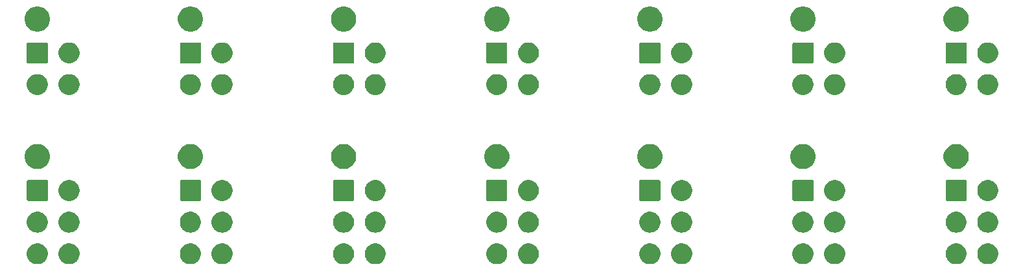
<source format=gbr>
G04 #@! TF.GenerationSoftware,KiCad,Pcbnew,(5.1.5)-3*
G04 #@! TF.CreationDate,2020-07-06T01:22:07-04:00*
G04 #@! TF.ProjectId,Master_slave Connector,4d617374-6572-45f7-936c-61766520436f,rev?*
G04 #@! TF.SameCoordinates,Original*
G04 #@! TF.FileFunction,Soldermask,Bot*
G04 #@! TF.FilePolarity,Negative*
%FSLAX46Y46*%
G04 Gerber Fmt 4.6, Leading zero omitted, Abs format (unit mm)*
G04 Created by KiCad (PCBNEW (5.1.5)-3) date 2020-07-06 01:22:07*
%MOMM*%
%LPD*%
G04 APERTURE LIST*
%ADD10C,0.100000*%
G04 APERTURE END LIST*
D10*
G36*
X211354724Y-109386497D02*
G01*
X211581906Y-109431686D01*
X211831412Y-109535035D01*
X212055962Y-109685075D01*
X212246925Y-109876038D01*
X212396965Y-110100588D01*
X212500314Y-110350094D01*
X212553000Y-110614968D01*
X212553000Y-110885032D01*
X212500314Y-111149906D01*
X212396965Y-111399412D01*
X212246925Y-111623962D01*
X212055962Y-111814925D01*
X211831412Y-111964965D01*
X211581906Y-112068314D01*
X211354724Y-112113503D01*
X211317033Y-112121000D01*
X211046967Y-112121000D01*
X211009276Y-112113503D01*
X210782094Y-112068314D01*
X210532588Y-111964965D01*
X210308038Y-111814925D01*
X210117075Y-111623962D01*
X209967035Y-111399412D01*
X209863686Y-111149906D01*
X209811000Y-110885032D01*
X209811000Y-110614968D01*
X209863686Y-110350094D01*
X209967035Y-110100588D01*
X210117075Y-109876038D01*
X210308038Y-109685075D01*
X210532588Y-109535035D01*
X210782094Y-109431686D01*
X211009276Y-109386497D01*
X211046967Y-109379000D01*
X211317033Y-109379000D01*
X211354724Y-109386497D01*
G37*
G36*
X207214724Y-109386497D02*
G01*
X207441906Y-109431686D01*
X207691412Y-109535035D01*
X207915962Y-109685075D01*
X208106925Y-109876038D01*
X208256965Y-110100588D01*
X208360314Y-110350094D01*
X208413000Y-110614968D01*
X208413000Y-110885032D01*
X208360314Y-111149906D01*
X208256965Y-111399412D01*
X208106925Y-111623962D01*
X207915962Y-111814925D01*
X207691412Y-111964965D01*
X207441906Y-112068314D01*
X207214724Y-112113503D01*
X207177033Y-112121000D01*
X206906967Y-112121000D01*
X206869276Y-112113503D01*
X206642094Y-112068314D01*
X206392588Y-111964965D01*
X206168038Y-111814925D01*
X205977075Y-111623962D01*
X205827035Y-111399412D01*
X205723686Y-111149906D01*
X205671000Y-110885032D01*
X205671000Y-110614968D01*
X205723686Y-110350094D01*
X205827035Y-110100588D01*
X205977075Y-109876038D01*
X206168038Y-109685075D01*
X206392588Y-109535035D01*
X206642094Y-109431686D01*
X206869276Y-109386497D01*
X206906967Y-109379000D01*
X207177033Y-109379000D01*
X207214724Y-109386497D01*
G37*
G36*
X187214724Y-109386497D02*
G01*
X187441906Y-109431686D01*
X187691412Y-109535035D01*
X187915962Y-109685075D01*
X188106925Y-109876038D01*
X188256965Y-110100588D01*
X188360314Y-110350094D01*
X188413000Y-110614968D01*
X188413000Y-110885032D01*
X188360314Y-111149906D01*
X188256965Y-111399412D01*
X188106925Y-111623962D01*
X187915962Y-111814925D01*
X187691412Y-111964965D01*
X187441906Y-112068314D01*
X187214724Y-112113503D01*
X187177033Y-112121000D01*
X186906967Y-112121000D01*
X186869276Y-112113503D01*
X186642094Y-112068314D01*
X186392588Y-111964965D01*
X186168038Y-111814925D01*
X185977075Y-111623962D01*
X185827035Y-111399412D01*
X185723686Y-111149906D01*
X185671000Y-110885032D01*
X185671000Y-110614968D01*
X185723686Y-110350094D01*
X185827035Y-110100588D01*
X185977075Y-109876038D01*
X186168038Y-109685075D01*
X186392588Y-109535035D01*
X186642094Y-109431686D01*
X186869276Y-109386497D01*
X186906967Y-109379000D01*
X187177033Y-109379000D01*
X187214724Y-109386497D01*
G37*
G36*
X191354724Y-109386497D02*
G01*
X191581906Y-109431686D01*
X191831412Y-109535035D01*
X192055962Y-109685075D01*
X192246925Y-109876038D01*
X192396965Y-110100588D01*
X192500314Y-110350094D01*
X192553000Y-110614968D01*
X192553000Y-110885032D01*
X192500314Y-111149906D01*
X192396965Y-111399412D01*
X192246925Y-111623962D01*
X192055962Y-111814925D01*
X191831412Y-111964965D01*
X191581906Y-112068314D01*
X191354724Y-112113503D01*
X191317033Y-112121000D01*
X191046967Y-112121000D01*
X191009276Y-112113503D01*
X190782094Y-112068314D01*
X190532588Y-111964965D01*
X190308038Y-111814925D01*
X190117075Y-111623962D01*
X189967035Y-111399412D01*
X189863686Y-111149906D01*
X189811000Y-110885032D01*
X189811000Y-110614968D01*
X189863686Y-110350094D01*
X189967035Y-110100588D01*
X190117075Y-109876038D01*
X190308038Y-109685075D01*
X190532588Y-109535035D01*
X190782094Y-109431686D01*
X191009276Y-109386497D01*
X191046967Y-109379000D01*
X191317033Y-109379000D01*
X191354724Y-109386497D01*
G37*
G36*
X171354724Y-109386497D02*
G01*
X171581906Y-109431686D01*
X171831412Y-109535035D01*
X172055962Y-109685075D01*
X172246925Y-109876038D01*
X172396965Y-110100588D01*
X172500314Y-110350094D01*
X172553000Y-110614968D01*
X172553000Y-110885032D01*
X172500314Y-111149906D01*
X172396965Y-111399412D01*
X172246925Y-111623962D01*
X172055962Y-111814925D01*
X171831412Y-111964965D01*
X171581906Y-112068314D01*
X171354724Y-112113503D01*
X171317033Y-112121000D01*
X171046967Y-112121000D01*
X171009276Y-112113503D01*
X170782094Y-112068314D01*
X170532588Y-111964965D01*
X170308038Y-111814925D01*
X170117075Y-111623962D01*
X169967035Y-111399412D01*
X169863686Y-111149906D01*
X169811000Y-110885032D01*
X169811000Y-110614968D01*
X169863686Y-110350094D01*
X169967035Y-110100588D01*
X170117075Y-109876038D01*
X170308038Y-109685075D01*
X170532588Y-109535035D01*
X170782094Y-109431686D01*
X171009276Y-109386497D01*
X171046967Y-109379000D01*
X171317033Y-109379000D01*
X171354724Y-109386497D01*
G37*
G36*
X167214724Y-109386497D02*
G01*
X167441906Y-109431686D01*
X167691412Y-109535035D01*
X167915962Y-109685075D01*
X168106925Y-109876038D01*
X168256965Y-110100588D01*
X168360314Y-110350094D01*
X168413000Y-110614968D01*
X168413000Y-110885032D01*
X168360314Y-111149906D01*
X168256965Y-111399412D01*
X168106925Y-111623962D01*
X167915962Y-111814925D01*
X167691412Y-111964965D01*
X167441906Y-112068314D01*
X167214724Y-112113503D01*
X167177033Y-112121000D01*
X166906967Y-112121000D01*
X166869276Y-112113503D01*
X166642094Y-112068314D01*
X166392588Y-111964965D01*
X166168038Y-111814925D01*
X165977075Y-111623962D01*
X165827035Y-111399412D01*
X165723686Y-111149906D01*
X165671000Y-110885032D01*
X165671000Y-110614968D01*
X165723686Y-110350094D01*
X165827035Y-110100588D01*
X165977075Y-109876038D01*
X166168038Y-109685075D01*
X166392588Y-109535035D01*
X166642094Y-109431686D01*
X166869276Y-109386497D01*
X166906967Y-109379000D01*
X167177033Y-109379000D01*
X167214724Y-109386497D01*
G37*
G36*
X147214724Y-109386497D02*
G01*
X147441906Y-109431686D01*
X147691412Y-109535035D01*
X147915962Y-109685075D01*
X148106925Y-109876038D01*
X148256965Y-110100588D01*
X148360314Y-110350094D01*
X148413000Y-110614968D01*
X148413000Y-110885032D01*
X148360314Y-111149906D01*
X148256965Y-111399412D01*
X148106925Y-111623962D01*
X147915962Y-111814925D01*
X147691412Y-111964965D01*
X147441906Y-112068314D01*
X147214724Y-112113503D01*
X147177033Y-112121000D01*
X146906967Y-112121000D01*
X146869276Y-112113503D01*
X146642094Y-112068314D01*
X146392588Y-111964965D01*
X146168038Y-111814925D01*
X145977075Y-111623962D01*
X145827035Y-111399412D01*
X145723686Y-111149906D01*
X145671000Y-110885032D01*
X145671000Y-110614968D01*
X145723686Y-110350094D01*
X145827035Y-110100588D01*
X145977075Y-109876038D01*
X146168038Y-109685075D01*
X146392588Y-109535035D01*
X146642094Y-109431686D01*
X146869276Y-109386497D01*
X146906967Y-109379000D01*
X147177033Y-109379000D01*
X147214724Y-109386497D01*
G37*
G36*
X151354724Y-109386497D02*
G01*
X151581906Y-109431686D01*
X151831412Y-109535035D01*
X152055962Y-109685075D01*
X152246925Y-109876038D01*
X152396965Y-110100588D01*
X152500314Y-110350094D01*
X152553000Y-110614968D01*
X152553000Y-110885032D01*
X152500314Y-111149906D01*
X152396965Y-111399412D01*
X152246925Y-111623962D01*
X152055962Y-111814925D01*
X151831412Y-111964965D01*
X151581906Y-112068314D01*
X151354724Y-112113503D01*
X151317033Y-112121000D01*
X151046967Y-112121000D01*
X151009276Y-112113503D01*
X150782094Y-112068314D01*
X150532588Y-111964965D01*
X150308038Y-111814925D01*
X150117075Y-111623962D01*
X149967035Y-111399412D01*
X149863686Y-111149906D01*
X149811000Y-110885032D01*
X149811000Y-110614968D01*
X149863686Y-110350094D01*
X149967035Y-110100588D01*
X150117075Y-109876038D01*
X150308038Y-109685075D01*
X150532588Y-109535035D01*
X150782094Y-109431686D01*
X151009276Y-109386497D01*
X151046967Y-109379000D01*
X151317033Y-109379000D01*
X151354724Y-109386497D01*
G37*
G36*
X131354724Y-109386497D02*
G01*
X131581906Y-109431686D01*
X131831412Y-109535035D01*
X132055962Y-109685075D01*
X132246925Y-109876038D01*
X132396965Y-110100588D01*
X132500314Y-110350094D01*
X132553000Y-110614968D01*
X132553000Y-110885032D01*
X132500314Y-111149906D01*
X132396965Y-111399412D01*
X132246925Y-111623962D01*
X132055962Y-111814925D01*
X131831412Y-111964965D01*
X131581906Y-112068314D01*
X131354724Y-112113503D01*
X131317033Y-112121000D01*
X131046967Y-112121000D01*
X131009276Y-112113503D01*
X130782094Y-112068314D01*
X130532588Y-111964965D01*
X130308038Y-111814925D01*
X130117075Y-111623962D01*
X129967035Y-111399412D01*
X129863686Y-111149906D01*
X129811000Y-110885032D01*
X129811000Y-110614968D01*
X129863686Y-110350094D01*
X129967035Y-110100588D01*
X130117075Y-109876038D01*
X130308038Y-109685075D01*
X130532588Y-109535035D01*
X130782094Y-109431686D01*
X131009276Y-109386497D01*
X131046967Y-109379000D01*
X131317033Y-109379000D01*
X131354724Y-109386497D01*
G37*
G36*
X127214724Y-109386497D02*
G01*
X127441906Y-109431686D01*
X127691412Y-109535035D01*
X127915962Y-109685075D01*
X128106925Y-109876038D01*
X128256965Y-110100588D01*
X128360314Y-110350094D01*
X128413000Y-110614968D01*
X128413000Y-110885032D01*
X128360314Y-111149906D01*
X128256965Y-111399412D01*
X128106925Y-111623962D01*
X127915962Y-111814925D01*
X127691412Y-111964965D01*
X127441906Y-112068314D01*
X127214724Y-112113503D01*
X127177033Y-112121000D01*
X126906967Y-112121000D01*
X126869276Y-112113503D01*
X126642094Y-112068314D01*
X126392588Y-111964965D01*
X126168038Y-111814925D01*
X125977075Y-111623962D01*
X125827035Y-111399412D01*
X125723686Y-111149906D01*
X125671000Y-110885032D01*
X125671000Y-110614968D01*
X125723686Y-110350094D01*
X125827035Y-110100588D01*
X125977075Y-109876038D01*
X126168038Y-109685075D01*
X126392588Y-109535035D01*
X126642094Y-109431686D01*
X126869276Y-109386497D01*
X126906967Y-109379000D01*
X127177033Y-109379000D01*
X127214724Y-109386497D01*
G37*
G36*
X107214724Y-109386497D02*
G01*
X107441906Y-109431686D01*
X107691412Y-109535035D01*
X107915962Y-109685075D01*
X108106925Y-109876038D01*
X108256965Y-110100588D01*
X108360314Y-110350094D01*
X108413000Y-110614968D01*
X108413000Y-110885032D01*
X108360314Y-111149906D01*
X108256965Y-111399412D01*
X108106925Y-111623962D01*
X107915962Y-111814925D01*
X107691412Y-111964965D01*
X107441906Y-112068314D01*
X107214724Y-112113503D01*
X107177033Y-112121000D01*
X106906967Y-112121000D01*
X106869276Y-112113503D01*
X106642094Y-112068314D01*
X106392588Y-111964965D01*
X106168038Y-111814925D01*
X105977075Y-111623962D01*
X105827035Y-111399412D01*
X105723686Y-111149906D01*
X105671000Y-110885032D01*
X105671000Y-110614968D01*
X105723686Y-110350094D01*
X105827035Y-110100588D01*
X105977075Y-109876038D01*
X106168038Y-109685075D01*
X106392588Y-109535035D01*
X106642094Y-109431686D01*
X106869276Y-109386497D01*
X106906967Y-109379000D01*
X107177033Y-109379000D01*
X107214724Y-109386497D01*
G37*
G36*
X111354724Y-109386497D02*
G01*
X111581906Y-109431686D01*
X111831412Y-109535035D01*
X112055962Y-109685075D01*
X112246925Y-109876038D01*
X112396965Y-110100588D01*
X112500314Y-110350094D01*
X112553000Y-110614968D01*
X112553000Y-110885032D01*
X112500314Y-111149906D01*
X112396965Y-111399412D01*
X112246925Y-111623962D01*
X112055962Y-111814925D01*
X111831412Y-111964965D01*
X111581906Y-112068314D01*
X111354724Y-112113503D01*
X111317033Y-112121000D01*
X111046967Y-112121000D01*
X111009276Y-112113503D01*
X110782094Y-112068314D01*
X110532588Y-111964965D01*
X110308038Y-111814925D01*
X110117075Y-111623962D01*
X109967035Y-111399412D01*
X109863686Y-111149906D01*
X109811000Y-110885032D01*
X109811000Y-110614968D01*
X109863686Y-110350094D01*
X109967035Y-110100588D01*
X110117075Y-109876038D01*
X110308038Y-109685075D01*
X110532588Y-109535035D01*
X110782094Y-109431686D01*
X111009276Y-109386497D01*
X111046967Y-109379000D01*
X111317033Y-109379000D01*
X111354724Y-109386497D01*
G37*
G36*
X91354724Y-109386497D02*
G01*
X91581906Y-109431686D01*
X91831412Y-109535035D01*
X92055962Y-109685075D01*
X92246925Y-109876038D01*
X92396965Y-110100588D01*
X92500314Y-110350094D01*
X92553000Y-110614968D01*
X92553000Y-110885032D01*
X92500314Y-111149906D01*
X92396965Y-111399412D01*
X92246925Y-111623962D01*
X92055962Y-111814925D01*
X91831412Y-111964965D01*
X91581906Y-112068314D01*
X91354724Y-112113503D01*
X91317033Y-112121000D01*
X91046967Y-112121000D01*
X91009276Y-112113503D01*
X90782094Y-112068314D01*
X90532588Y-111964965D01*
X90308038Y-111814925D01*
X90117075Y-111623962D01*
X89967035Y-111399412D01*
X89863686Y-111149906D01*
X89811000Y-110885032D01*
X89811000Y-110614968D01*
X89863686Y-110350094D01*
X89967035Y-110100588D01*
X90117075Y-109876038D01*
X90308038Y-109685075D01*
X90532588Y-109535035D01*
X90782094Y-109431686D01*
X91009276Y-109386497D01*
X91046967Y-109379000D01*
X91317033Y-109379000D01*
X91354724Y-109386497D01*
G37*
G36*
X87214724Y-109386497D02*
G01*
X87441906Y-109431686D01*
X87691412Y-109535035D01*
X87915962Y-109685075D01*
X88106925Y-109876038D01*
X88256965Y-110100588D01*
X88360314Y-110350094D01*
X88413000Y-110614968D01*
X88413000Y-110885032D01*
X88360314Y-111149906D01*
X88256965Y-111399412D01*
X88106925Y-111623962D01*
X87915962Y-111814925D01*
X87691412Y-111964965D01*
X87441906Y-112068314D01*
X87214724Y-112113503D01*
X87177033Y-112121000D01*
X86906967Y-112121000D01*
X86869276Y-112113503D01*
X86642094Y-112068314D01*
X86392588Y-111964965D01*
X86168038Y-111814925D01*
X85977075Y-111623962D01*
X85827035Y-111399412D01*
X85723686Y-111149906D01*
X85671000Y-110885032D01*
X85671000Y-110614968D01*
X85723686Y-110350094D01*
X85827035Y-110100588D01*
X85977075Y-109876038D01*
X86168038Y-109685075D01*
X86392588Y-109535035D01*
X86642094Y-109431686D01*
X86869276Y-109386497D01*
X86906967Y-109379000D01*
X87177033Y-109379000D01*
X87214724Y-109386497D01*
G37*
G36*
X91354724Y-105246497D02*
G01*
X91581906Y-105291686D01*
X91831412Y-105395035D01*
X92055962Y-105545075D01*
X92246925Y-105736038D01*
X92396965Y-105960588D01*
X92500314Y-106210094D01*
X92553000Y-106474968D01*
X92553000Y-106745032D01*
X92500314Y-107009906D01*
X92396965Y-107259412D01*
X92246925Y-107483962D01*
X92055962Y-107674925D01*
X91831412Y-107824965D01*
X91581906Y-107928314D01*
X91354724Y-107973503D01*
X91317033Y-107981000D01*
X91046967Y-107981000D01*
X91009276Y-107973503D01*
X90782094Y-107928314D01*
X90532588Y-107824965D01*
X90308038Y-107674925D01*
X90117075Y-107483962D01*
X89967035Y-107259412D01*
X89863686Y-107009906D01*
X89811000Y-106745032D01*
X89811000Y-106474968D01*
X89863686Y-106210094D01*
X89967035Y-105960588D01*
X90117075Y-105736038D01*
X90308038Y-105545075D01*
X90532588Y-105395035D01*
X90782094Y-105291686D01*
X91009276Y-105246497D01*
X91046967Y-105239000D01*
X91317033Y-105239000D01*
X91354724Y-105246497D01*
G37*
G36*
X211354724Y-105246497D02*
G01*
X211581906Y-105291686D01*
X211831412Y-105395035D01*
X212055962Y-105545075D01*
X212246925Y-105736038D01*
X212396965Y-105960588D01*
X212500314Y-106210094D01*
X212553000Y-106474968D01*
X212553000Y-106745032D01*
X212500314Y-107009906D01*
X212396965Y-107259412D01*
X212246925Y-107483962D01*
X212055962Y-107674925D01*
X211831412Y-107824965D01*
X211581906Y-107928314D01*
X211354724Y-107973503D01*
X211317033Y-107981000D01*
X211046967Y-107981000D01*
X211009276Y-107973503D01*
X210782094Y-107928314D01*
X210532588Y-107824965D01*
X210308038Y-107674925D01*
X210117075Y-107483962D01*
X209967035Y-107259412D01*
X209863686Y-107009906D01*
X209811000Y-106745032D01*
X209811000Y-106474968D01*
X209863686Y-106210094D01*
X209967035Y-105960588D01*
X210117075Y-105736038D01*
X210308038Y-105545075D01*
X210532588Y-105395035D01*
X210782094Y-105291686D01*
X211009276Y-105246497D01*
X211046967Y-105239000D01*
X211317033Y-105239000D01*
X211354724Y-105246497D01*
G37*
G36*
X207214724Y-105246497D02*
G01*
X207441906Y-105291686D01*
X207691412Y-105395035D01*
X207915962Y-105545075D01*
X208106925Y-105736038D01*
X208256965Y-105960588D01*
X208360314Y-106210094D01*
X208413000Y-106474968D01*
X208413000Y-106745032D01*
X208360314Y-107009906D01*
X208256965Y-107259412D01*
X208106925Y-107483962D01*
X207915962Y-107674925D01*
X207691412Y-107824965D01*
X207441906Y-107928314D01*
X207214724Y-107973503D01*
X207177033Y-107981000D01*
X206906967Y-107981000D01*
X206869276Y-107973503D01*
X206642094Y-107928314D01*
X206392588Y-107824965D01*
X206168038Y-107674925D01*
X205977075Y-107483962D01*
X205827035Y-107259412D01*
X205723686Y-107009906D01*
X205671000Y-106745032D01*
X205671000Y-106474968D01*
X205723686Y-106210094D01*
X205827035Y-105960588D01*
X205977075Y-105736038D01*
X206168038Y-105545075D01*
X206392588Y-105395035D01*
X206642094Y-105291686D01*
X206869276Y-105246497D01*
X206906967Y-105239000D01*
X207177033Y-105239000D01*
X207214724Y-105246497D01*
G37*
G36*
X191354724Y-105246497D02*
G01*
X191581906Y-105291686D01*
X191831412Y-105395035D01*
X192055962Y-105545075D01*
X192246925Y-105736038D01*
X192396965Y-105960588D01*
X192500314Y-106210094D01*
X192553000Y-106474968D01*
X192553000Y-106745032D01*
X192500314Y-107009906D01*
X192396965Y-107259412D01*
X192246925Y-107483962D01*
X192055962Y-107674925D01*
X191831412Y-107824965D01*
X191581906Y-107928314D01*
X191354724Y-107973503D01*
X191317033Y-107981000D01*
X191046967Y-107981000D01*
X191009276Y-107973503D01*
X190782094Y-107928314D01*
X190532588Y-107824965D01*
X190308038Y-107674925D01*
X190117075Y-107483962D01*
X189967035Y-107259412D01*
X189863686Y-107009906D01*
X189811000Y-106745032D01*
X189811000Y-106474968D01*
X189863686Y-106210094D01*
X189967035Y-105960588D01*
X190117075Y-105736038D01*
X190308038Y-105545075D01*
X190532588Y-105395035D01*
X190782094Y-105291686D01*
X191009276Y-105246497D01*
X191046967Y-105239000D01*
X191317033Y-105239000D01*
X191354724Y-105246497D01*
G37*
G36*
X87214724Y-105246497D02*
G01*
X87441906Y-105291686D01*
X87691412Y-105395035D01*
X87915962Y-105545075D01*
X88106925Y-105736038D01*
X88256965Y-105960588D01*
X88360314Y-106210094D01*
X88413000Y-106474968D01*
X88413000Y-106745032D01*
X88360314Y-107009906D01*
X88256965Y-107259412D01*
X88106925Y-107483962D01*
X87915962Y-107674925D01*
X87691412Y-107824965D01*
X87441906Y-107928314D01*
X87214724Y-107973503D01*
X87177033Y-107981000D01*
X86906967Y-107981000D01*
X86869276Y-107973503D01*
X86642094Y-107928314D01*
X86392588Y-107824965D01*
X86168038Y-107674925D01*
X85977075Y-107483962D01*
X85827035Y-107259412D01*
X85723686Y-107009906D01*
X85671000Y-106745032D01*
X85671000Y-106474968D01*
X85723686Y-106210094D01*
X85827035Y-105960588D01*
X85977075Y-105736038D01*
X86168038Y-105545075D01*
X86392588Y-105395035D01*
X86642094Y-105291686D01*
X86869276Y-105246497D01*
X86906967Y-105239000D01*
X87177033Y-105239000D01*
X87214724Y-105246497D01*
G37*
G36*
X111354724Y-105246497D02*
G01*
X111581906Y-105291686D01*
X111831412Y-105395035D01*
X112055962Y-105545075D01*
X112246925Y-105736038D01*
X112396965Y-105960588D01*
X112500314Y-106210094D01*
X112553000Y-106474968D01*
X112553000Y-106745032D01*
X112500314Y-107009906D01*
X112396965Y-107259412D01*
X112246925Y-107483962D01*
X112055962Y-107674925D01*
X111831412Y-107824965D01*
X111581906Y-107928314D01*
X111354724Y-107973503D01*
X111317033Y-107981000D01*
X111046967Y-107981000D01*
X111009276Y-107973503D01*
X110782094Y-107928314D01*
X110532588Y-107824965D01*
X110308038Y-107674925D01*
X110117075Y-107483962D01*
X109967035Y-107259412D01*
X109863686Y-107009906D01*
X109811000Y-106745032D01*
X109811000Y-106474968D01*
X109863686Y-106210094D01*
X109967035Y-105960588D01*
X110117075Y-105736038D01*
X110308038Y-105545075D01*
X110532588Y-105395035D01*
X110782094Y-105291686D01*
X111009276Y-105246497D01*
X111046967Y-105239000D01*
X111317033Y-105239000D01*
X111354724Y-105246497D01*
G37*
G36*
X107214724Y-105246497D02*
G01*
X107441906Y-105291686D01*
X107691412Y-105395035D01*
X107915962Y-105545075D01*
X108106925Y-105736038D01*
X108256965Y-105960588D01*
X108360314Y-106210094D01*
X108413000Y-106474968D01*
X108413000Y-106745032D01*
X108360314Y-107009906D01*
X108256965Y-107259412D01*
X108106925Y-107483962D01*
X107915962Y-107674925D01*
X107691412Y-107824965D01*
X107441906Y-107928314D01*
X107214724Y-107973503D01*
X107177033Y-107981000D01*
X106906967Y-107981000D01*
X106869276Y-107973503D01*
X106642094Y-107928314D01*
X106392588Y-107824965D01*
X106168038Y-107674925D01*
X105977075Y-107483962D01*
X105827035Y-107259412D01*
X105723686Y-107009906D01*
X105671000Y-106745032D01*
X105671000Y-106474968D01*
X105723686Y-106210094D01*
X105827035Y-105960588D01*
X105977075Y-105736038D01*
X106168038Y-105545075D01*
X106392588Y-105395035D01*
X106642094Y-105291686D01*
X106869276Y-105246497D01*
X106906967Y-105239000D01*
X107177033Y-105239000D01*
X107214724Y-105246497D01*
G37*
G36*
X187214724Y-105246497D02*
G01*
X187441906Y-105291686D01*
X187691412Y-105395035D01*
X187915962Y-105545075D01*
X188106925Y-105736038D01*
X188256965Y-105960588D01*
X188360314Y-106210094D01*
X188413000Y-106474968D01*
X188413000Y-106745032D01*
X188360314Y-107009906D01*
X188256965Y-107259412D01*
X188106925Y-107483962D01*
X187915962Y-107674925D01*
X187691412Y-107824965D01*
X187441906Y-107928314D01*
X187214724Y-107973503D01*
X187177033Y-107981000D01*
X186906967Y-107981000D01*
X186869276Y-107973503D01*
X186642094Y-107928314D01*
X186392588Y-107824965D01*
X186168038Y-107674925D01*
X185977075Y-107483962D01*
X185827035Y-107259412D01*
X185723686Y-107009906D01*
X185671000Y-106745032D01*
X185671000Y-106474968D01*
X185723686Y-106210094D01*
X185827035Y-105960588D01*
X185977075Y-105736038D01*
X186168038Y-105545075D01*
X186392588Y-105395035D01*
X186642094Y-105291686D01*
X186869276Y-105246497D01*
X186906967Y-105239000D01*
X187177033Y-105239000D01*
X187214724Y-105246497D01*
G37*
G36*
X131354724Y-105246497D02*
G01*
X131581906Y-105291686D01*
X131831412Y-105395035D01*
X132055962Y-105545075D01*
X132246925Y-105736038D01*
X132396965Y-105960588D01*
X132500314Y-106210094D01*
X132553000Y-106474968D01*
X132553000Y-106745032D01*
X132500314Y-107009906D01*
X132396965Y-107259412D01*
X132246925Y-107483962D01*
X132055962Y-107674925D01*
X131831412Y-107824965D01*
X131581906Y-107928314D01*
X131354724Y-107973503D01*
X131317033Y-107981000D01*
X131046967Y-107981000D01*
X131009276Y-107973503D01*
X130782094Y-107928314D01*
X130532588Y-107824965D01*
X130308038Y-107674925D01*
X130117075Y-107483962D01*
X129967035Y-107259412D01*
X129863686Y-107009906D01*
X129811000Y-106745032D01*
X129811000Y-106474968D01*
X129863686Y-106210094D01*
X129967035Y-105960588D01*
X130117075Y-105736038D01*
X130308038Y-105545075D01*
X130532588Y-105395035D01*
X130782094Y-105291686D01*
X131009276Y-105246497D01*
X131046967Y-105239000D01*
X131317033Y-105239000D01*
X131354724Y-105246497D01*
G37*
G36*
X151354724Y-105246497D02*
G01*
X151581906Y-105291686D01*
X151831412Y-105395035D01*
X152055962Y-105545075D01*
X152246925Y-105736038D01*
X152396965Y-105960588D01*
X152500314Y-106210094D01*
X152553000Y-106474968D01*
X152553000Y-106745032D01*
X152500314Y-107009906D01*
X152396965Y-107259412D01*
X152246925Y-107483962D01*
X152055962Y-107674925D01*
X151831412Y-107824965D01*
X151581906Y-107928314D01*
X151354724Y-107973503D01*
X151317033Y-107981000D01*
X151046967Y-107981000D01*
X151009276Y-107973503D01*
X150782094Y-107928314D01*
X150532588Y-107824965D01*
X150308038Y-107674925D01*
X150117075Y-107483962D01*
X149967035Y-107259412D01*
X149863686Y-107009906D01*
X149811000Y-106745032D01*
X149811000Y-106474968D01*
X149863686Y-106210094D01*
X149967035Y-105960588D01*
X150117075Y-105736038D01*
X150308038Y-105545075D01*
X150532588Y-105395035D01*
X150782094Y-105291686D01*
X151009276Y-105246497D01*
X151046967Y-105239000D01*
X151317033Y-105239000D01*
X151354724Y-105246497D01*
G37*
G36*
X147214724Y-105246497D02*
G01*
X147441906Y-105291686D01*
X147691412Y-105395035D01*
X147915962Y-105545075D01*
X148106925Y-105736038D01*
X148256965Y-105960588D01*
X148360314Y-106210094D01*
X148413000Y-106474968D01*
X148413000Y-106745032D01*
X148360314Y-107009906D01*
X148256965Y-107259412D01*
X148106925Y-107483962D01*
X147915962Y-107674925D01*
X147691412Y-107824965D01*
X147441906Y-107928314D01*
X147214724Y-107973503D01*
X147177033Y-107981000D01*
X146906967Y-107981000D01*
X146869276Y-107973503D01*
X146642094Y-107928314D01*
X146392588Y-107824965D01*
X146168038Y-107674925D01*
X145977075Y-107483962D01*
X145827035Y-107259412D01*
X145723686Y-107009906D01*
X145671000Y-106745032D01*
X145671000Y-106474968D01*
X145723686Y-106210094D01*
X145827035Y-105960588D01*
X145977075Y-105736038D01*
X146168038Y-105545075D01*
X146392588Y-105395035D01*
X146642094Y-105291686D01*
X146869276Y-105246497D01*
X146906967Y-105239000D01*
X147177033Y-105239000D01*
X147214724Y-105246497D01*
G37*
G36*
X167214724Y-105246497D02*
G01*
X167441906Y-105291686D01*
X167691412Y-105395035D01*
X167915962Y-105545075D01*
X168106925Y-105736038D01*
X168256965Y-105960588D01*
X168360314Y-106210094D01*
X168413000Y-106474968D01*
X168413000Y-106745032D01*
X168360314Y-107009906D01*
X168256965Y-107259412D01*
X168106925Y-107483962D01*
X167915962Y-107674925D01*
X167691412Y-107824965D01*
X167441906Y-107928314D01*
X167214724Y-107973503D01*
X167177033Y-107981000D01*
X166906967Y-107981000D01*
X166869276Y-107973503D01*
X166642094Y-107928314D01*
X166392588Y-107824965D01*
X166168038Y-107674925D01*
X165977075Y-107483962D01*
X165827035Y-107259412D01*
X165723686Y-107009906D01*
X165671000Y-106745032D01*
X165671000Y-106474968D01*
X165723686Y-106210094D01*
X165827035Y-105960588D01*
X165977075Y-105736038D01*
X166168038Y-105545075D01*
X166392588Y-105395035D01*
X166642094Y-105291686D01*
X166869276Y-105246497D01*
X166906967Y-105239000D01*
X167177033Y-105239000D01*
X167214724Y-105246497D01*
G37*
G36*
X171354724Y-105246497D02*
G01*
X171581906Y-105291686D01*
X171831412Y-105395035D01*
X172055962Y-105545075D01*
X172246925Y-105736038D01*
X172396965Y-105960588D01*
X172500314Y-106210094D01*
X172553000Y-106474968D01*
X172553000Y-106745032D01*
X172500314Y-107009906D01*
X172396965Y-107259412D01*
X172246925Y-107483962D01*
X172055962Y-107674925D01*
X171831412Y-107824965D01*
X171581906Y-107928314D01*
X171354724Y-107973503D01*
X171317033Y-107981000D01*
X171046967Y-107981000D01*
X171009276Y-107973503D01*
X170782094Y-107928314D01*
X170532588Y-107824965D01*
X170308038Y-107674925D01*
X170117075Y-107483962D01*
X169967035Y-107259412D01*
X169863686Y-107009906D01*
X169811000Y-106745032D01*
X169811000Y-106474968D01*
X169863686Y-106210094D01*
X169967035Y-105960588D01*
X170117075Y-105736038D01*
X170308038Y-105545075D01*
X170532588Y-105395035D01*
X170782094Y-105291686D01*
X171009276Y-105246497D01*
X171046967Y-105239000D01*
X171317033Y-105239000D01*
X171354724Y-105246497D01*
G37*
G36*
X127214724Y-105246497D02*
G01*
X127441906Y-105291686D01*
X127691412Y-105395035D01*
X127915962Y-105545075D01*
X128106925Y-105736038D01*
X128256965Y-105960588D01*
X128360314Y-106210094D01*
X128413000Y-106474968D01*
X128413000Y-106745032D01*
X128360314Y-107009906D01*
X128256965Y-107259412D01*
X128106925Y-107483962D01*
X127915962Y-107674925D01*
X127691412Y-107824965D01*
X127441906Y-107928314D01*
X127214724Y-107973503D01*
X127177033Y-107981000D01*
X126906967Y-107981000D01*
X126869276Y-107973503D01*
X126642094Y-107928314D01*
X126392588Y-107824965D01*
X126168038Y-107674925D01*
X125977075Y-107483962D01*
X125827035Y-107259412D01*
X125723686Y-107009906D01*
X125671000Y-106745032D01*
X125671000Y-106474968D01*
X125723686Y-106210094D01*
X125827035Y-105960588D01*
X125977075Y-105736038D01*
X126168038Y-105545075D01*
X126392588Y-105395035D01*
X126642094Y-105291686D01*
X126869276Y-105246497D01*
X126906967Y-105239000D01*
X127177033Y-105239000D01*
X127214724Y-105246497D01*
G37*
G36*
X128285436Y-101102635D02*
G01*
X128315027Y-101111611D01*
X128342296Y-101126187D01*
X128366198Y-101145802D01*
X128385813Y-101169704D01*
X128400389Y-101196973D01*
X128409365Y-101226564D01*
X128413000Y-101263474D01*
X128413000Y-103676526D01*
X128409365Y-103713436D01*
X128400389Y-103743027D01*
X128385813Y-103770296D01*
X128366198Y-103794198D01*
X128342296Y-103813813D01*
X128315027Y-103828389D01*
X128285436Y-103837365D01*
X128248526Y-103841000D01*
X125835474Y-103841000D01*
X125798564Y-103837365D01*
X125768973Y-103828389D01*
X125741704Y-103813813D01*
X125717802Y-103794198D01*
X125698187Y-103770296D01*
X125683611Y-103743027D01*
X125674635Y-103713436D01*
X125671000Y-103676526D01*
X125671000Y-101263474D01*
X125674635Y-101226564D01*
X125683611Y-101196973D01*
X125698187Y-101169704D01*
X125717802Y-101145802D01*
X125741704Y-101126187D01*
X125768973Y-101111611D01*
X125798564Y-101102635D01*
X125835474Y-101099000D01*
X128248526Y-101099000D01*
X128285436Y-101102635D01*
G37*
G36*
X191335307Y-101102635D02*
G01*
X191581906Y-101151686D01*
X191831412Y-101255035D01*
X192055962Y-101405075D01*
X192246925Y-101596038D01*
X192396965Y-101820588D01*
X192500314Y-102070094D01*
X192553000Y-102334968D01*
X192553000Y-102605032D01*
X192500314Y-102869906D01*
X192396965Y-103119412D01*
X192246925Y-103343962D01*
X192055962Y-103534925D01*
X191831412Y-103684965D01*
X191581906Y-103788314D01*
X191354724Y-103833503D01*
X191317033Y-103841000D01*
X191046967Y-103841000D01*
X191009276Y-103833503D01*
X190782094Y-103788314D01*
X190532588Y-103684965D01*
X190308038Y-103534925D01*
X190117075Y-103343962D01*
X189967035Y-103119412D01*
X189863686Y-102869906D01*
X189811000Y-102605032D01*
X189811000Y-102334968D01*
X189863686Y-102070094D01*
X189967035Y-101820588D01*
X190117075Y-101596038D01*
X190308038Y-101405075D01*
X190532588Y-101255035D01*
X190782094Y-101151686D01*
X191028693Y-101102635D01*
X191046967Y-101099000D01*
X191317033Y-101099000D01*
X191335307Y-101102635D01*
G37*
G36*
X171335307Y-101102635D02*
G01*
X171581906Y-101151686D01*
X171831412Y-101255035D01*
X172055962Y-101405075D01*
X172246925Y-101596038D01*
X172396965Y-101820588D01*
X172500314Y-102070094D01*
X172553000Y-102334968D01*
X172553000Y-102605032D01*
X172500314Y-102869906D01*
X172396965Y-103119412D01*
X172246925Y-103343962D01*
X172055962Y-103534925D01*
X171831412Y-103684965D01*
X171581906Y-103788314D01*
X171354724Y-103833503D01*
X171317033Y-103841000D01*
X171046967Y-103841000D01*
X171009276Y-103833503D01*
X170782094Y-103788314D01*
X170532588Y-103684965D01*
X170308038Y-103534925D01*
X170117075Y-103343962D01*
X169967035Y-103119412D01*
X169863686Y-102869906D01*
X169811000Y-102605032D01*
X169811000Y-102334968D01*
X169863686Y-102070094D01*
X169967035Y-101820588D01*
X170117075Y-101596038D01*
X170308038Y-101405075D01*
X170532588Y-101255035D01*
X170782094Y-101151686D01*
X171028693Y-101102635D01*
X171046967Y-101099000D01*
X171317033Y-101099000D01*
X171335307Y-101102635D01*
G37*
G36*
X188285436Y-101102635D02*
G01*
X188315027Y-101111611D01*
X188342296Y-101126187D01*
X188366198Y-101145802D01*
X188385813Y-101169704D01*
X188400389Y-101196973D01*
X188409365Y-101226564D01*
X188413000Y-101263474D01*
X188413000Y-103676526D01*
X188409365Y-103713436D01*
X188400389Y-103743027D01*
X188385813Y-103770296D01*
X188366198Y-103794198D01*
X188342296Y-103813813D01*
X188315027Y-103828389D01*
X188285436Y-103837365D01*
X188248526Y-103841000D01*
X185835474Y-103841000D01*
X185798564Y-103837365D01*
X185768973Y-103828389D01*
X185741704Y-103813813D01*
X185717802Y-103794198D01*
X185698187Y-103770296D01*
X185683611Y-103743027D01*
X185674635Y-103713436D01*
X185671000Y-103676526D01*
X185671000Y-101263474D01*
X185674635Y-101226564D01*
X185683611Y-101196973D01*
X185698187Y-101169704D01*
X185717802Y-101145802D01*
X185741704Y-101126187D01*
X185768973Y-101111611D01*
X185798564Y-101102635D01*
X185835474Y-101099000D01*
X188248526Y-101099000D01*
X188285436Y-101102635D01*
G37*
G36*
X208285436Y-101102635D02*
G01*
X208315027Y-101111611D01*
X208342296Y-101126187D01*
X208366198Y-101145802D01*
X208385813Y-101169704D01*
X208400389Y-101196973D01*
X208409365Y-101226564D01*
X208413000Y-101263474D01*
X208413000Y-103676526D01*
X208409365Y-103713436D01*
X208400389Y-103743027D01*
X208385813Y-103770296D01*
X208366198Y-103794198D01*
X208342296Y-103813813D01*
X208315027Y-103828389D01*
X208285436Y-103837365D01*
X208248526Y-103841000D01*
X205835474Y-103841000D01*
X205798564Y-103837365D01*
X205768973Y-103828389D01*
X205741704Y-103813813D01*
X205717802Y-103794198D01*
X205698187Y-103770296D01*
X205683611Y-103743027D01*
X205674635Y-103713436D01*
X205671000Y-103676526D01*
X205671000Y-101263474D01*
X205674635Y-101226564D01*
X205683611Y-101196973D01*
X205698187Y-101169704D01*
X205717802Y-101145802D01*
X205741704Y-101126187D01*
X205768973Y-101111611D01*
X205798564Y-101102635D01*
X205835474Y-101099000D01*
X208248526Y-101099000D01*
X208285436Y-101102635D01*
G37*
G36*
X168285436Y-101102635D02*
G01*
X168315027Y-101111611D01*
X168342296Y-101126187D01*
X168366198Y-101145802D01*
X168385813Y-101169704D01*
X168400389Y-101196973D01*
X168409365Y-101226564D01*
X168413000Y-101263474D01*
X168413000Y-103676526D01*
X168409365Y-103713436D01*
X168400389Y-103743027D01*
X168385813Y-103770296D01*
X168366198Y-103794198D01*
X168342296Y-103813813D01*
X168315027Y-103828389D01*
X168285436Y-103837365D01*
X168248526Y-103841000D01*
X165835474Y-103841000D01*
X165798564Y-103837365D01*
X165768973Y-103828389D01*
X165741704Y-103813813D01*
X165717802Y-103794198D01*
X165698187Y-103770296D01*
X165683611Y-103743027D01*
X165674635Y-103713436D01*
X165671000Y-103676526D01*
X165671000Y-101263474D01*
X165674635Y-101226564D01*
X165683611Y-101196973D01*
X165698187Y-101169704D01*
X165717802Y-101145802D01*
X165741704Y-101126187D01*
X165768973Y-101111611D01*
X165798564Y-101102635D01*
X165835474Y-101099000D01*
X168248526Y-101099000D01*
X168285436Y-101102635D01*
G37*
G36*
X148285436Y-101102635D02*
G01*
X148315027Y-101111611D01*
X148342296Y-101126187D01*
X148366198Y-101145802D01*
X148385813Y-101169704D01*
X148400389Y-101196973D01*
X148409365Y-101226564D01*
X148413000Y-101263474D01*
X148413000Y-103676526D01*
X148409365Y-103713436D01*
X148400389Y-103743027D01*
X148385813Y-103770296D01*
X148366198Y-103794198D01*
X148342296Y-103813813D01*
X148315027Y-103828389D01*
X148285436Y-103837365D01*
X148248526Y-103841000D01*
X145835474Y-103841000D01*
X145798564Y-103837365D01*
X145768973Y-103828389D01*
X145741704Y-103813813D01*
X145717802Y-103794198D01*
X145698187Y-103770296D01*
X145683611Y-103743027D01*
X145674635Y-103713436D01*
X145671000Y-103676526D01*
X145671000Y-101263474D01*
X145674635Y-101226564D01*
X145683611Y-101196973D01*
X145698187Y-101169704D01*
X145717802Y-101145802D01*
X145741704Y-101126187D01*
X145768973Y-101111611D01*
X145798564Y-101102635D01*
X145835474Y-101099000D01*
X148248526Y-101099000D01*
X148285436Y-101102635D01*
G37*
G36*
X151335307Y-101102635D02*
G01*
X151581906Y-101151686D01*
X151831412Y-101255035D01*
X152055962Y-101405075D01*
X152246925Y-101596038D01*
X152396965Y-101820588D01*
X152500314Y-102070094D01*
X152553000Y-102334968D01*
X152553000Y-102605032D01*
X152500314Y-102869906D01*
X152396965Y-103119412D01*
X152246925Y-103343962D01*
X152055962Y-103534925D01*
X151831412Y-103684965D01*
X151581906Y-103788314D01*
X151354724Y-103833503D01*
X151317033Y-103841000D01*
X151046967Y-103841000D01*
X151009276Y-103833503D01*
X150782094Y-103788314D01*
X150532588Y-103684965D01*
X150308038Y-103534925D01*
X150117075Y-103343962D01*
X149967035Y-103119412D01*
X149863686Y-102869906D01*
X149811000Y-102605032D01*
X149811000Y-102334968D01*
X149863686Y-102070094D01*
X149967035Y-101820588D01*
X150117075Y-101596038D01*
X150308038Y-101405075D01*
X150532588Y-101255035D01*
X150782094Y-101151686D01*
X151028693Y-101102635D01*
X151046967Y-101099000D01*
X151317033Y-101099000D01*
X151335307Y-101102635D01*
G37*
G36*
X211335307Y-101102635D02*
G01*
X211581906Y-101151686D01*
X211831412Y-101255035D01*
X212055962Y-101405075D01*
X212246925Y-101596038D01*
X212396965Y-101820588D01*
X212500314Y-102070094D01*
X212553000Y-102334968D01*
X212553000Y-102605032D01*
X212500314Y-102869906D01*
X212396965Y-103119412D01*
X212246925Y-103343962D01*
X212055962Y-103534925D01*
X211831412Y-103684965D01*
X211581906Y-103788314D01*
X211354724Y-103833503D01*
X211317033Y-103841000D01*
X211046967Y-103841000D01*
X211009276Y-103833503D01*
X210782094Y-103788314D01*
X210532588Y-103684965D01*
X210308038Y-103534925D01*
X210117075Y-103343962D01*
X209967035Y-103119412D01*
X209863686Y-102869906D01*
X209811000Y-102605032D01*
X209811000Y-102334968D01*
X209863686Y-102070094D01*
X209967035Y-101820588D01*
X210117075Y-101596038D01*
X210308038Y-101405075D01*
X210532588Y-101255035D01*
X210782094Y-101151686D01*
X211028693Y-101102635D01*
X211046967Y-101099000D01*
X211317033Y-101099000D01*
X211335307Y-101102635D01*
G37*
G36*
X108285436Y-101102635D02*
G01*
X108315027Y-101111611D01*
X108342296Y-101126187D01*
X108366198Y-101145802D01*
X108385813Y-101169704D01*
X108400389Y-101196973D01*
X108409365Y-101226564D01*
X108413000Y-101263474D01*
X108413000Y-103676526D01*
X108409365Y-103713436D01*
X108400389Y-103743027D01*
X108385813Y-103770296D01*
X108366198Y-103794198D01*
X108342296Y-103813813D01*
X108315027Y-103828389D01*
X108285436Y-103837365D01*
X108248526Y-103841000D01*
X105835474Y-103841000D01*
X105798564Y-103837365D01*
X105768973Y-103828389D01*
X105741704Y-103813813D01*
X105717802Y-103794198D01*
X105698187Y-103770296D01*
X105683611Y-103743027D01*
X105674635Y-103713436D01*
X105671000Y-103676526D01*
X105671000Y-101263474D01*
X105674635Y-101226564D01*
X105683611Y-101196973D01*
X105698187Y-101169704D01*
X105717802Y-101145802D01*
X105741704Y-101126187D01*
X105768973Y-101111611D01*
X105798564Y-101102635D01*
X105835474Y-101099000D01*
X108248526Y-101099000D01*
X108285436Y-101102635D01*
G37*
G36*
X88285436Y-101102635D02*
G01*
X88315027Y-101111611D01*
X88342296Y-101126187D01*
X88366198Y-101145802D01*
X88385813Y-101169704D01*
X88400389Y-101196973D01*
X88409365Y-101226564D01*
X88413000Y-101263474D01*
X88413000Y-103676526D01*
X88409365Y-103713436D01*
X88400389Y-103743027D01*
X88385813Y-103770296D01*
X88366198Y-103794198D01*
X88342296Y-103813813D01*
X88315027Y-103828389D01*
X88285436Y-103837365D01*
X88248526Y-103841000D01*
X85835474Y-103841000D01*
X85798564Y-103837365D01*
X85768973Y-103828389D01*
X85741704Y-103813813D01*
X85717802Y-103794198D01*
X85698187Y-103770296D01*
X85683611Y-103743027D01*
X85674635Y-103713436D01*
X85671000Y-103676526D01*
X85671000Y-101263474D01*
X85674635Y-101226564D01*
X85683611Y-101196973D01*
X85698187Y-101169704D01*
X85717802Y-101145802D01*
X85741704Y-101126187D01*
X85768973Y-101111611D01*
X85798564Y-101102635D01*
X85835474Y-101099000D01*
X88248526Y-101099000D01*
X88285436Y-101102635D01*
G37*
G36*
X111335307Y-101102635D02*
G01*
X111581906Y-101151686D01*
X111831412Y-101255035D01*
X112055962Y-101405075D01*
X112246925Y-101596038D01*
X112396965Y-101820588D01*
X112500314Y-102070094D01*
X112553000Y-102334968D01*
X112553000Y-102605032D01*
X112500314Y-102869906D01*
X112396965Y-103119412D01*
X112246925Y-103343962D01*
X112055962Y-103534925D01*
X111831412Y-103684965D01*
X111581906Y-103788314D01*
X111354724Y-103833503D01*
X111317033Y-103841000D01*
X111046967Y-103841000D01*
X111009276Y-103833503D01*
X110782094Y-103788314D01*
X110532588Y-103684965D01*
X110308038Y-103534925D01*
X110117075Y-103343962D01*
X109967035Y-103119412D01*
X109863686Y-102869906D01*
X109811000Y-102605032D01*
X109811000Y-102334968D01*
X109863686Y-102070094D01*
X109967035Y-101820588D01*
X110117075Y-101596038D01*
X110308038Y-101405075D01*
X110532588Y-101255035D01*
X110782094Y-101151686D01*
X111028693Y-101102635D01*
X111046967Y-101099000D01*
X111317033Y-101099000D01*
X111335307Y-101102635D01*
G37*
G36*
X91335307Y-101102635D02*
G01*
X91581906Y-101151686D01*
X91831412Y-101255035D01*
X92055962Y-101405075D01*
X92246925Y-101596038D01*
X92396965Y-101820588D01*
X92500314Y-102070094D01*
X92553000Y-102334968D01*
X92553000Y-102605032D01*
X92500314Y-102869906D01*
X92396965Y-103119412D01*
X92246925Y-103343962D01*
X92055962Y-103534925D01*
X91831412Y-103684965D01*
X91581906Y-103788314D01*
X91354724Y-103833503D01*
X91317033Y-103841000D01*
X91046967Y-103841000D01*
X91009276Y-103833503D01*
X90782094Y-103788314D01*
X90532588Y-103684965D01*
X90308038Y-103534925D01*
X90117075Y-103343962D01*
X89967035Y-103119412D01*
X89863686Y-102869906D01*
X89811000Y-102605032D01*
X89811000Y-102334968D01*
X89863686Y-102070094D01*
X89967035Y-101820588D01*
X90117075Y-101596038D01*
X90308038Y-101405075D01*
X90532588Y-101255035D01*
X90782094Y-101151686D01*
X91028693Y-101102635D01*
X91046967Y-101099000D01*
X91317033Y-101099000D01*
X91335307Y-101102635D01*
G37*
G36*
X131335307Y-101102635D02*
G01*
X131581906Y-101151686D01*
X131831412Y-101255035D01*
X132055962Y-101405075D01*
X132246925Y-101596038D01*
X132396965Y-101820588D01*
X132500314Y-102070094D01*
X132553000Y-102334968D01*
X132553000Y-102605032D01*
X132500314Y-102869906D01*
X132396965Y-103119412D01*
X132246925Y-103343962D01*
X132055962Y-103534925D01*
X131831412Y-103684965D01*
X131581906Y-103788314D01*
X131354724Y-103833503D01*
X131317033Y-103841000D01*
X131046967Y-103841000D01*
X131009276Y-103833503D01*
X130782094Y-103788314D01*
X130532588Y-103684965D01*
X130308038Y-103534925D01*
X130117075Y-103343962D01*
X129967035Y-103119412D01*
X129863686Y-102869906D01*
X129811000Y-102605032D01*
X129811000Y-102334968D01*
X129863686Y-102070094D01*
X129967035Y-101820588D01*
X130117075Y-101596038D01*
X130308038Y-101405075D01*
X130532588Y-101255035D01*
X130782094Y-101151686D01*
X131028693Y-101102635D01*
X131046967Y-101099000D01*
X131317033Y-101099000D01*
X131335307Y-101102635D01*
G37*
G36*
X187520661Y-96452062D02*
G01*
X187819303Y-96575764D01*
X187819305Y-96575765D01*
X188088076Y-96755352D01*
X188316648Y-96983924D01*
X188496236Y-97252697D01*
X188619938Y-97551339D01*
X188683000Y-97868374D01*
X188683000Y-98191626D01*
X188619938Y-98508661D01*
X188496236Y-98807303D01*
X188496235Y-98807305D01*
X188316648Y-99076076D01*
X188088076Y-99304648D01*
X187819305Y-99484235D01*
X187819304Y-99484236D01*
X187819303Y-99484236D01*
X187520661Y-99607938D01*
X187203626Y-99671000D01*
X186880374Y-99671000D01*
X186563339Y-99607938D01*
X186264697Y-99484236D01*
X186264696Y-99484236D01*
X186264695Y-99484235D01*
X185995924Y-99304648D01*
X185767352Y-99076076D01*
X185587765Y-98807305D01*
X185587764Y-98807303D01*
X185464062Y-98508661D01*
X185401000Y-98191626D01*
X185401000Y-97868374D01*
X185464062Y-97551339D01*
X185587764Y-97252697D01*
X185767352Y-96983924D01*
X185995924Y-96755352D01*
X186264695Y-96575765D01*
X186264697Y-96575764D01*
X186563339Y-96452062D01*
X186880374Y-96389000D01*
X187203626Y-96389000D01*
X187520661Y-96452062D01*
G37*
G36*
X207520661Y-96452062D02*
G01*
X207819303Y-96575764D01*
X207819305Y-96575765D01*
X208088076Y-96755352D01*
X208316648Y-96983924D01*
X208496236Y-97252697D01*
X208619938Y-97551339D01*
X208683000Y-97868374D01*
X208683000Y-98191626D01*
X208619938Y-98508661D01*
X208496236Y-98807303D01*
X208496235Y-98807305D01*
X208316648Y-99076076D01*
X208088076Y-99304648D01*
X207819305Y-99484235D01*
X207819304Y-99484236D01*
X207819303Y-99484236D01*
X207520661Y-99607938D01*
X207203626Y-99671000D01*
X206880374Y-99671000D01*
X206563339Y-99607938D01*
X206264697Y-99484236D01*
X206264696Y-99484236D01*
X206264695Y-99484235D01*
X205995924Y-99304648D01*
X205767352Y-99076076D01*
X205587765Y-98807305D01*
X205587764Y-98807303D01*
X205464062Y-98508661D01*
X205401000Y-98191626D01*
X205401000Y-97868374D01*
X205464062Y-97551339D01*
X205587764Y-97252697D01*
X205767352Y-96983924D01*
X205995924Y-96755352D01*
X206264695Y-96575765D01*
X206264697Y-96575764D01*
X206563339Y-96452062D01*
X206880374Y-96389000D01*
X207203626Y-96389000D01*
X207520661Y-96452062D01*
G37*
G36*
X167520661Y-96452062D02*
G01*
X167819303Y-96575764D01*
X167819305Y-96575765D01*
X168088076Y-96755352D01*
X168316648Y-96983924D01*
X168496236Y-97252697D01*
X168619938Y-97551339D01*
X168683000Y-97868374D01*
X168683000Y-98191626D01*
X168619938Y-98508661D01*
X168496236Y-98807303D01*
X168496235Y-98807305D01*
X168316648Y-99076076D01*
X168088076Y-99304648D01*
X167819305Y-99484235D01*
X167819304Y-99484236D01*
X167819303Y-99484236D01*
X167520661Y-99607938D01*
X167203626Y-99671000D01*
X166880374Y-99671000D01*
X166563339Y-99607938D01*
X166264697Y-99484236D01*
X166264696Y-99484236D01*
X166264695Y-99484235D01*
X165995924Y-99304648D01*
X165767352Y-99076076D01*
X165587765Y-98807305D01*
X165587764Y-98807303D01*
X165464062Y-98508661D01*
X165401000Y-98191626D01*
X165401000Y-97868374D01*
X165464062Y-97551339D01*
X165587764Y-97252697D01*
X165767352Y-96983924D01*
X165995924Y-96755352D01*
X166264695Y-96575765D01*
X166264697Y-96575764D01*
X166563339Y-96452062D01*
X166880374Y-96389000D01*
X167203626Y-96389000D01*
X167520661Y-96452062D01*
G37*
G36*
X147520661Y-96452062D02*
G01*
X147819303Y-96575764D01*
X147819305Y-96575765D01*
X148088076Y-96755352D01*
X148316648Y-96983924D01*
X148496236Y-97252697D01*
X148619938Y-97551339D01*
X148683000Y-97868374D01*
X148683000Y-98191626D01*
X148619938Y-98508661D01*
X148496236Y-98807303D01*
X148496235Y-98807305D01*
X148316648Y-99076076D01*
X148088076Y-99304648D01*
X147819305Y-99484235D01*
X147819304Y-99484236D01*
X147819303Y-99484236D01*
X147520661Y-99607938D01*
X147203626Y-99671000D01*
X146880374Y-99671000D01*
X146563339Y-99607938D01*
X146264697Y-99484236D01*
X146264696Y-99484236D01*
X146264695Y-99484235D01*
X145995924Y-99304648D01*
X145767352Y-99076076D01*
X145587765Y-98807305D01*
X145587764Y-98807303D01*
X145464062Y-98508661D01*
X145401000Y-98191626D01*
X145401000Y-97868374D01*
X145464062Y-97551339D01*
X145587764Y-97252697D01*
X145767352Y-96983924D01*
X145995924Y-96755352D01*
X146264695Y-96575765D01*
X146264697Y-96575764D01*
X146563339Y-96452062D01*
X146880374Y-96389000D01*
X147203626Y-96389000D01*
X147520661Y-96452062D01*
G37*
G36*
X87520661Y-96452062D02*
G01*
X87819303Y-96575764D01*
X87819305Y-96575765D01*
X88088076Y-96755352D01*
X88316648Y-96983924D01*
X88496236Y-97252697D01*
X88619938Y-97551339D01*
X88683000Y-97868374D01*
X88683000Y-98191626D01*
X88619938Y-98508661D01*
X88496236Y-98807303D01*
X88496235Y-98807305D01*
X88316648Y-99076076D01*
X88088076Y-99304648D01*
X87819305Y-99484235D01*
X87819304Y-99484236D01*
X87819303Y-99484236D01*
X87520661Y-99607938D01*
X87203626Y-99671000D01*
X86880374Y-99671000D01*
X86563339Y-99607938D01*
X86264697Y-99484236D01*
X86264696Y-99484236D01*
X86264695Y-99484235D01*
X85995924Y-99304648D01*
X85767352Y-99076076D01*
X85587765Y-98807305D01*
X85587764Y-98807303D01*
X85464062Y-98508661D01*
X85401000Y-98191626D01*
X85401000Y-97868374D01*
X85464062Y-97551339D01*
X85587764Y-97252697D01*
X85767352Y-96983924D01*
X85995924Y-96755352D01*
X86264695Y-96575765D01*
X86264697Y-96575764D01*
X86563339Y-96452062D01*
X86880374Y-96389000D01*
X87203626Y-96389000D01*
X87520661Y-96452062D01*
G37*
G36*
X107520661Y-96452062D02*
G01*
X107819303Y-96575764D01*
X107819305Y-96575765D01*
X108088076Y-96755352D01*
X108316648Y-96983924D01*
X108496236Y-97252697D01*
X108619938Y-97551339D01*
X108683000Y-97868374D01*
X108683000Y-98191626D01*
X108619938Y-98508661D01*
X108496236Y-98807303D01*
X108496235Y-98807305D01*
X108316648Y-99076076D01*
X108088076Y-99304648D01*
X107819305Y-99484235D01*
X107819304Y-99484236D01*
X107819303Y-99484236D01*
X107520661Y-99607938D01*
X107203626Y-99671000D01*
X106880374Y-99671000D01*
X106563339Y-99607938D01*
X106264697Y-99484236D01*
X106264696Y-99484236D01*
X106264695Y-99484235D01*
X105995924Y-99304648D01*
X105767352Y-99076076D01*
X105587765Y-98807305D01*
X105587764Y-98807303D01*
X105464062Y-98508661D01*
X105401000Y-98191626D01*
X105401000Y-97868374D01*
X105464062Y-97551339D01*
X105587764Y-97252697D01*
X105767352Y-96983924D01*
X105995924Y-96755352D01*
X106264695Y-96575765D01*
X106264697Y-96575764D01*
X106563339Y-96452062D01*
X106880374Y-96389000D01*
X107203626Y-96389000D01*
X107520661Y-96452062D01*
G37*
G36*
X127520661Y-96452062D02*
G01*
X127819303Y-96575764D01*
X127819305Y-96575765D01*
X128088076Y-96755352D01*
X128316648Y-96983924D01*
X128496236Y-97252697D01*
X128619938Y-97551339D01*
X128683000Y-97868374D01*
X128683000Y-98191626D01*
X128619938Y-98508661D01*
X128496236Y-98807303D01*
X128496235Y-98807305D01*
X128316648Y-99076076D01*
X128088076Y-99304648D01*
X127819305Y-99484235D01*
X127819304Y-99484236D01*
X127819303Y-99484236D01*
X127520661Y-99607938D01*
X127203626Y-99671000D01*
X126880374Y-99671000D01*
X126563339Y-99607938D01*
X126264697Y-99484236D01*
X126264696Y-99484236D01*
X126264695Y-99484235D01*
X125995924Y-99304648D01*
X125767352Y-99076076D01*
X125587765Y-98807305D01*
X125587764Y-98807303D01*
X125464062Y-98508661D01*
X125401000Y-98191626D01*
X125401000Y-97868374D01*
X125464062Y-97551339D01*
X125587764Y-97252697D01*
X125767352Y-96983924D01*
X125995924Y-96755352D01*
X126264695Y-96575765D01*
X126264697Y-96575764D01*
X126563339Y-96452062D01*
X126880374Y-96389000D01*
X127203626Y-96389000D01*
X127520661Y-96452062D01*
G37*
G36*
X167214724Y-87246497D02*
G01*
X167441906Y-87291686D01*
X167691412Y-87395035D01*
X167915962Y-87545075D01*
X168106925Y-87736038D01*
X168256965Y-87960588D01*
X168360314Y-88210094D01*
X168413000Y-88474968D01*
X168413000Y-88745032D01*
X168360314Y-89009906D01*
X168256965Y-89259412D01*
X168106925Y-89483962D01*
X167915962Y-89674925D01*
X167691412Y-89824965D01*
X167441906Y-89928314D01*
X167214724Y-89973503D01*
X167177033Y-89981000D01*
X166906967Y-89981000D01*
X166869276Y-89973503D01*
X166642094Y-89928314D01*
X166392588Y-89824965D01*
X166168038Y-89674925D01*
X165977075Y-89483962D01*
X165827035Y-89259412D01*
X165723686Y-89009906D01*
X165671000Y-88745032D01*
X165671000Y-88474968D01*
X165723686Y-88210094D01*
X165827035Y-87960588D01*
X165977075Y-87736038D01*
X166168038Y-87545075D01*
X166392588Y-87395035D01*
X166642094Y-87291686D01*
X166869276Y-87246497D01*
X166906967Y-87239000D01*
X167177033Y-87239000D01*
X167214724Y-87246497D01*
G37*
G36*
X131354724Y-87246497D02*
G01*
X131581906Y-87291686D01*
X131831412Y-87395035D01*
X132055962Y-87545075D01*
X132246925Y-87736038D01*
X132396965Y-87960588D01*
X132500314Y-88210094D01*
X132553000Y-88474968D01*
X132553000Y-88745032D01*
X132500314Y-89009906D01*
X132396965Y-89259412D01*
X132246925Y-89483962D01*
X132055962Y-89674925D01*
X131831412Y-89824965D01*
X131581906Y-89928314D01*
X131354724Y-89973503D01*
X131317033Y-89981000D01*
X131046967Y-89981000D01*
X131009276Y-89973503D01*
X130782094Y-89928314D01*
X130532588Y-89824965D01*
X130308038Y-89674925D01*
X130117075Y-89483962D01*
X129967035Y-89259412D01*
X129863686Y-89009906D01*
X129811000Y-88745032D01*
X129811000Y-88474968D01*
X129863686Y-88210094D01*
X129967035Y-87960588D01*
X130117075Y-87736038D01*
X130308038Y-87545075D01*
X130532588Y-87395035D01*
X130782094Y-87291686D01*
X131009276Y-87246497D01*
X131046967Y-87239000D01*
X131317033Y-87239000D01*
X131354724Y-87246497D01*
G37*
G36*
X127214724Y-87246497D02*
G01*
X127441906Y-87291686D01*
X127691412Y-87395035D01*
X127915962Y-87545075D01*
X128106925Y-87736038D01*
X128256965Y-87960588D01*
X128360314Y-88210094D01*
X128413000Y-88474968D01*
X128413000Y-88745032D01*
X128360314Y-89009906D01*
X128256965Y-89259412D01*
X128106925Y-89483962D01*
X127915962Y-89674925D01*
X127691412Y-89824965D01*
X127441906Y-89928314D01*
X127214724Y-89973503D01*
X127177033Y-89981000D01*
X126906967Y-89981000D01*
X126869276Y-89973503D01*
X126642094Y-89928314D01*
X126392588Y-89824965D01*
X126168038Y-89674925D01*
X125977075Y-89483962D01*
X125827035Y-89259412D01*
X125723686Y-89009906D01*
X125671000Y-88745032D01*
X125671000Y-88474968D01*
X125723686Y-88210094D01*
X125827035Y-87960588D01*
X125977075Y-87736038D01*
X126168038Y-87545075D01*
X126392588Y-87395035D01*
X126642094Y-87291686D01*
X126869276Y-87246497D01*
X126906967Y-87239000D01*
X127177033Y-87239000D01*
X127214724Y-87246497D01*
G37*
G36*
X147214724Y-87246497D02*
G01*
X147441906Y-87291686D01*
X147691412Y-87395035D01*
X147915962Y-87545075D01*
X148106925Y-87736038D01*
X148256965Y-87960588D01*
X148360314Y-88210094D01*
X148413000Y-88474968D01*
X148413000Y-88745032D01*
X148360314Y-89009906D01*
X148256965Y-89259412D01*
X148106925Y-89483962D01*
X147915962Y-89674925D01*
X147691412Y-89824965D01*
X147441906Y-89928314D01*
X147214724Y-89973503D01*
X147177033Y-89981000D01*
X146906967Y-89981000D01*
X146869276Y-89973503D01*
X146642094Y-89928314D01*
X146392588Y-89824965D01*
X146168038Y-89674925D01*
X145977075Y-89483962D01*
X145827035Y-89259412D01*
X145723686Y-89009906D01*
X145671000Y-88745032D01*
X145671000Y-88474968D01*
X145723686Y-88210094D01*
X145827035Y-87960588D01*
X145977075Y-87736038D01*
X146168038Y-87545075D01*
X146392588Y-87395035D01*
X146642094Y-87291686D01*
X146869276Y-87246497D01*
X146906967Y-87239000D01*
X147177033Y-87239000D01*
X147214724Y-87246497D01*
G37*
G36*
X151354724Y-87246497D02*
G01*
X151581906Y-87291686D01*
X151831412Y-87395035D01*
X152055962Y-87545075D01*
X152246925Y-87736038D01*
X152396965Y-87960588D01*
X152500314Y-88210094D01*
X152553000Y-88474968D01*
X152553000Y-88745032D01*
X152500314Y-89009906D01*
X152396965Y-89259412D01*
X152246925Y-89483962D01*
X152055962Y-89674925D01*
X151831412Y-89824965D01*
X151581906Y-89928314D01*
X151354724Y-89973503D01*
X151317033Y-89981000D01*
X151046967Y-89981000D01*
X151009276Y-89973503D01*
X150782094Y-89928314D01*
X150532588Y-89824965D01*
X150308038Y-89674925D01*
X150117075Y-89483962D01*
X149967035Y-89259412D01*
X149863686Y-89009906D01*
X149811000Y-88745032D01*
X149811000Y-88474968D01*
X149863686Y-88210094D01*
X149967035Y-87960588D01*
X150117075Y-87736038D01*
X150308038Y-87545075D01*
X150532588Y-87395035D01*
X150782094Y-87291686D01*
X151009276Y-87246497D01*
X151046967Y-87239000D01*
X151317033Y-87239000D01*
X151354724Y-87246497D01*
G37*
G36*
X187214724Y-87246497D02*
G01*
X187441906Y-87291686D01*
X187691412Y-87395035D01*
X187915962Y-87545075D01*
X188106925Y-87736038D01*
X188256965Y-87960588D01*
X188360314Y-88210094D01*
X188413000Y-88474968D01*
X188413000Y-88745032D01*
X188360314Y-89009906D01*
X188256965Y-89259412D01*
X188106925Y-89483962D01*
X187915962Y-89674925D01*
X187691412Y-89824965D01*
X187441906Y-89928314D01*
X187214724Y-89973503D01*
X187177033Y-89981000D01*
X186906967Y-89981000D01*
X186869276Y-89973503D01*
X186642094Y-89928314D01*
X186392588Y-89824965D01*
X186168038Y-89674925D01*
X185977075Y-89483962D01*
X185827035Y-89259412D01*
X185723686Y-89009906D01*
X185671000Y-88745032D01*
X185671000Y-88474968D01*
X185723686Y-88210094D01*
X185827035Y-87960588D01*
X185977075Y-87736038D01*
X186168038Y-87545075D01*
X186392588Y-87395035D01*
X186642094Y-87291686D01*
X186869276Y-87246497D01*
X186906967Y-87239000D01*
X187177033Y-87239000D01*
X187214724Y-87246497D01*
G37*
G36*
X171354724Y-87246497D02*
G01*
X171581906Y-87291686D01*
X171831412Y-87395035D01*
X172055962Y-87545075D01*
X172246925Y-87736038D01*
X172396965Y-87960588D01*
X172500314Y-88210094D01*
X172553000Y-88474968D01*
X172553000Y-88745032D01*
X172500314Y-89009906D01*
X172396965Y-89259412D01*
X172246925Y-89483962D01*
X172055962Y-89674925D01*
X171831412Y-89824965D01*
X171581906Y-89928314D01*
X171354724Y-89973503D01*
X171317033Y-89981000D01*
X171046967Y-89981000D01*
X171009276Y-89973503D01*
X170782094Y-89928314D01*
X170532588Y-89824965D01*
X170308038Y-89674925D01*
X170117075Y-89483962D01*
X169967035Y-89259412D01*
X169863686Y-89009906D01*
X169811000Y-88745032D01*
X169811000Y-88474968D01*
X169863686Y-88210094D01*
X169967035Y-87960588D01*
X170117075Y-87736038D01*
X170308038Y-87545075D01*
X170532588Y-87395035D01*
X170782094Y-87291686D01*
X171009276Y-87246497D01*
X171046967Y-87239000D01*
X171317033Y-87239000D01*
X171354724Y-87246497D01*
G37*
G36*
X87214724Y-87246497D02*
G01*
X87441906Y-87291686D01*
X87691412Y-87395035D01*
X87915962Y-87545075D01*
X88106925Y-87736038D01*
X88256965Y-87960588D01*
X88360314Y-88210094D01*
X88413000Y-88474968D01*
X88413000Y-88745032D01*
X88360314Y-89009906D01*
X88256965Y-89259412D01*
X88106925Y-89483962D01*
X87915962Y-89674925D01*
X87691412Y-89824965D01*
X87441906Y-89928314D01*
X87214724Y-89973503D01*
X87177033Y-89981000D01*
X86906967Y-89981000D01*
X86869276Y-89973503D01*
X86642094Y-89928314D01*
X86392588Y-89824965D01*
X86168038Y-89674925D01*
X85977075Y-89483962D01*
X85827035Y-89259412D01*
X85723686Y-89009906D01*
X85671000Y-88745032D01*
X85671000Y-88474968D01*
X85723686Y-88210094D01*
X85827035Y-87960588D01*
X85977075Y-87736038D01*
X86168038Y-87545075D01*
X86392588Y-87395035D01*
X86642094Y-87291686D01*
X86869276Y-87246497D01*
X86906967Y-87239000D01*
X87177033Y-87239000D01*
X87214724Y-87246497D01*
G37*
G36*
X91354724Y-87246497D02*
G01*
X91581906Y-87291686D01*
X91831412Y-87395035D01*
X92055962Y-87545075D01*
X92246925Y-87736038D01*
X92396965Y-87960588D01*
X92500314Y-88210094D01*
X92553000Y-88474968D01*
X92553000Y-88745032D01*
X92500314Y-89009906D01*
X92396965Y-89259412D01*
X92246925Y-89483962D01*
X92055962Y-89674925D01*
X91831412Y-89824965D01*
X91581906Y-89928314D01*
X91354724Y-89973503D01*
X91317033Y-89981000D01*
X91046967Y-89981000D01*
X91009276Y-89973503D01*
X90782094Y-89928314D01*
X90532588Y-89824965D01*
X90308038Y-89674925D01*
X90117075Y-89483962D01*
X89967035Y-89259412D01*
X89863686Y-89009906D01*
X89811000Y-88745032D01*
X89811000Y-88474968D01*
X89863686Y-88210094D01*
X89967035Y-87960588D01*
X90117075Y-87736038D01*
X90308038Y-87545075D01*
X90532588Y-87395035D01*
X90782094Y-87291686D01*
X91009276Y-87246497D01*
X91046967Y-87239000D01*
X91317033Y-87239000D01*
X91354724Y-87246497D01*
G37*
G36*
X191354724Y-87246497D02*
G01*
X191581906Y-87291686D01*
X191831412Y-87395035D01*
X192055962Y-87545075D01*
X192246925Y-87736038D01*
X192396965Y-87960588D01*
X192500314Y-88210094D01*
X192553000Y-88474968D01*
X192553000Y-88745032D01*
X192500314Y-89009906D01*
X192396965Y-89259412D01*
X192246925Y-89483962D01*
X192055962Y-89674925D01*
X191831412Y-89824965D01*
X191581906Y-89928314D01*
X191354724Y-89973503D01*
X191317033Y-89981000D01*
X191046967Y-89981000D01*
X191009276Y-89973503D01*
X190782094Y-89928314D01*
X190532588Y-89824965D01*
X190308038Y-89674925D01*
X190117075Y-89483962D01*
X189967035Y-89259412D01*
X189863686Y-89009906D01*
X189811000Y-88745032D01*
X189811000Y-88474968D01*
X189863686Y-88210094D01*
X189967035Y-87960588D01*
X190117075Y-87736038D01*
X190308038Y-87545075D01*
X190532588Y-87395035D01*
X190782094Y-87291686D01*
X191009276Y-87246497D01*
X191046967Y-87239000D01*
X191317033Y-87239000D01*
X191354724Y-87246497D01*
G37*
G36*
X207214724Y-87246497D02*
G01*
X207441906Y-87291686D01*
X207691412Y-87395035D01*
X207915962Y-87545075D01*
X208106925Y-87736038D01*
X208256965Y-87960588D01*
X208360314Y-88210094D01*
X208413000Y-88474968D01*
X208413000Y-88745032D01*
X208360314Y-89009906D01*
X208256965Y-89259412D01*
X208106925Y-89483962D01*
X207915962Y-89674925D01*
X207691412Y-89824965D01*
X207441906Y-89928314D01*
X207214724Y-89973503D01*
X207177033Y-89981000D01*
X206906967Y-89981000D01*
X206869276Y-89973503D01*
X206642094Y-89928314D01*
X206392588Y-89824965D01*
X206168038Y-89674925D01*
X205977075Y-89483962D01*
X205827035Y-89259412D01*
X205723686Y-89009906D01*
X205671000Y-88745032D01*
X205671000Y-88474968D01*
X205723686Y-88210094D01*
X205827035Y-87960588D01*
X205977075Y-87736038D01*
X206168038Y-87545075D01*
X206392588Y-87395035D01*
X206642094Y-87291686D01*
X206869276Y-87246497D01*
X206906967Y-87239000D01*
X207177033Y-87239000D01*
X207214724Y-87246497D01*
G37*
G36*
X211354724Y-87246497D02*
G01*
X211581906Y-87291686D01*
X211831412Y-87395035D01*
X212055962Y-87545075D01*
X212246925Y-87736038D01*
X212396965Y-87960588D01*
X212500314Y-88210094D01*
X212553000Y-88474968D01*
X212553000Y-88745032D01*
X212500314Y-89009906D01*
X212396965Y-89259412D01*
X212246925Y-89483962D01*
X212055962Y-89674925D01*
X211831412Y-89824965D01*
X211581906Y-89928314D01*
X211354724Y-89973503D01*
X211317033Y-89981000D01*
X211046967Y-89981000D01*
X211009276Y-89973503D01*
X210782094Y-89928314D01*
X210532588Y-89824965D01*
X210308038Y-89674925D01*
X210117075Y-89483962D01*
X209967035Y-89259412D01*
X209863686Y-89009906D01*
X209811000Y-88745032D01*
X209811000Y-88474968D01*
X209863686Y-88210094D01*
X209967035Y-87960588D01*
X210117075Y-87736038D01*
X210308038Y-87545075D01*
X210532588Y-87395035D01*
X210782094Y-87291686D01*
X211009276Y-87246497D01*
X211046967Y-87239000D01*
X211317033Y-87239000D01*
X211354724Y-87246497D01*
G37*
G36*
X111354724Y-87246497D02*
G01*
X111581906Y-87291686D01*
X111831412Y-87395035D01*
X112055962Y-87545075D01*
X112246925Y-87736038D01*
X112396965Y-87960588D01*
X112500314Y-88210094D01*
X112553000Y-88474968D01*
X112553000Y-88745032D01*
X112500314Y-89009906D01*
X112396965Y-89259412D01*
X112246925Y-89483962D01*
X112055962Y-89674925D01*
X111831412Y-89824965D01*
X111581906Y-89928314D01*
X111354724Y-89973503D01*
X111317033Y-89981000D01*
X111046967Y-89981000D01*
X111009276Y-89973503D01*
X110782094Y-89928314D01*
X110532588Y-89824965D01*
X110308038Y-89674925D01*
X110117075Y-89483962D01*
X109967035Y-89259412D01*
X109863686Y-89009906D01*
X109811000Y-88745032D01*
X109811000Y-88474968D01*
X109863686Y-88210094D01*
X109967035Y-87960588D01*
X110117075Y-87736038D01*
X110308038Y-87545075D01*
X110532588Y-87395035D01*
X110782094Y-87291686D01*
X111009276Y-87246497D01*
X111046967Y-87239000D01*
X111317033Y-87239000D01*
X111354724Y-87246497D01*
G37*
G36*
X107214724Y-87246497D02*
G01*
X107441906Y-87291686D01*
X107691412Y-87395035D01*
X107915962Y-87545075D01*
X108106925Y-87736038D01*
X108256965Y-87960588D01*
X108360314Y-88210094D01*
X108413000Y-88474968D01*
X108413000Y-88745032D01*
X108360314Y-89009906D01*
X108256965Y-89259412D01*
X108106925Y-89483962D01*
X107915962Y-89674925D01*
X107691412Y-89824965D01*
X107441906Y-89928314D01*
X107214724Y-89973503D01*
X107177033Y-89981000D01*
X106906967Y-89981000D01*
X106869276Y-89973503D01*
X106642094Y-89928314D01*
X106392588Y-89824965D01*
X106168038Y-89674925D01*
X105977075Y-89483962D01*
X105827035Y-89259412D01*
X105723686Y-89009906D01*
X105671000Y-88745032D01*
X105671000Y-88474968D01*
X105723686Y-88210094D01*
X105827035Y-87960588D01*
X105977075Y-87736038D01*
X106168038Y-87545075D01*
X106392588Y-87395035D01*
X106642094Y-87291686D01*
X106869276Y-87246497D01*
X106906967Y-87239000D01*
X107177033Y-87239000D01*
X107214724Y-87246497D01*
G37*
G36*
X111335307Y-83102635D02*
G01*
X111581906Y-83151686D01*
X111831412Y-83255035D01*
X112055962Y-83405075D01*
X112246925Y-83596038D01*
X112396965Y-83820588D01*
X112500314Y-84070094D01*
X112553000Y-84334968D01*
X112553000Y-84605032D01*
X112500314Y-84869906D01*
X112396965Y-85119412D01*
X112246925Y-85343962D01*
X112055962Y-85534925D01*
X111831412Y-85684965D01*
X111581906Y-85788314D01*
X111354724Y-85833503D01*
X111317033Y-85841000D01*
X111046967Y-85841000D01*
X111009276Y-85833503D01*
X110782094Y-85788314D01*
X110532588Y-85684965D01*
X110308038Y-85534925D01*
X110117075Y-85343962D01*
X109967035Y-85119412D01*
X109863686Y-84869906D01*
X109811000Y-84605032D01*
X109811000Y-84334968D01*
X109863686Y-84070094D01*
X109967035Y-83820588D01*
X110117075Y-83596038D01*
X110308038Y-83405075D01*
X110532588Y-83255035D01*
X110782094Y-83151686D01*
X111028693Y-83102635D01*
X111046967Y-83099000D01*
X111317033Y-83099000D01*
X111335307Y-83102635D01*
G37*
G36*
X108285436Y-83102635D02*
G01*
X108315027Y-83111611D01*
X108342296Y-83126187D01*
X108366198Y-83145802D01*
X108385813Y-83169704D01*
X108400389Y-83196973D01*
X108409365Y-83226564D01*
X108413000Y-83263474D01*
X108413000Y-85676526D01*
X108409365Y-85713436D01*
X108400389Y-85743027D01*
X108385813Y-85770296D01*
X108366198Y-85794198D01*
X108342296Y-85813813D01*
X108315027Y-85828389D01*
X108285436Y-85837365D01*
X108248526Y-85841000D01*
X105835474Y-85841000D01*
X105798564Y-85837365D01*
X105768973Y-85828389D01*
X105741704Y-85813813D01*
X105717802Y-85794198D01*
X105698187Y-85770296D01*
X105683611Y-85743027D01*
X105674635Y-85713436D01*
X105671000Y-85676526D01*
X105671000Y-83263474D01*
X105674635Y-83226564D01*
X105683611Y-83196973D01*
X105698187Y-83169704D01*
X105717802Y-83145802D01*
X105741704Y-83126187D01*
X105768973Y-83111611D01*
X105798564Y-83102635D01*
X105835474Y-83099000D01*
X108248526Y-83099000D01*
X108285436Y-83102635D01*
G37*
G36*
X91335307Y-83102635D02*
G01*
X91581906Y-83151686D01*
X91831412Y-83255035D01*
X92055962Y-83405075D01*
X92246925Y-83596038D01*
X92396965Y-83820588D01*
X92500314Y-84070094D01*
X92553000Y-84334968D01*
X92553000Y-84605032D01*
X92500314Y-84869906D01*
X92396965Y-85119412D01*
X92246925Y-85343962D01*
X92055962Y-85534925D01*
X91831412Y-85684965D01*
X91581906Y-85788314D01*
X91354724Y-85833503D01*
X91317033Y-85841000D01*
X91046967Y-85841000D01*
X91009276Y-85833503D01*
X90782094Y-85788314D01*
X90532588Y-85684965D01*
X90308038Y-85534925D01*
X90117075Y-85343962D01*
X89967035Y-85119412D01*
X89863686Y-84869906D01*
X89811000Y-84605032D01*
X89811000Y-84334968D01*
X89863686Y-84070094D01*
X89967035Y-83820588D01*
X90117075Y-83596038D01*
X90308038Y-83405075D01*
X90532588Y-83255035D01*
X90782094Y-83151686D01*
X91028693Y-83102635D01*
X91046967Y-83099000D01*
X91317033Y-83099000D01*
X91335307Y-83102635D01*
G37*
G36*
X88285436Y-83102635D02*
G01*
X88315027Y-83111611D01*
X88342296Y-83126187D01*
X88366198Y-83145802D01*
X88385813Y-83169704D01*
X88400389Y-83196973D01*
X88409365Y-83226564D01*
X88413000Y-83263474D01*
X88413000Y-85676526D01*
X88409365Y-85713436D01*
X88400389Y-85743027D01*
X88385813Y-85770296D01*
X88366198Y-85794198D01*
X88342296Y-85813813D01*
X88315027Y-85828389D01*
X88285436Y-85837365D01*
X88248526Y-85841000D01*
X85835474Y-85841000D01*
X85798564Y-85837365D01*
X85768973Y-85828389D01*
X85741704Y-85813813D01*
X85717802Y-85794198D01*
X85698187Y-85770296D01*
X85683611Y-85743027D01*
X85674635Y-85713436D01*
X85671000Y-85676526D01*
X85671000Y-83263474D01*
X85674635Y-83226564D01*
X85683611Y-83196973D01*
X85698187Y-83169704D01*
X85717802Y-83145802D01*
X85741704Y-83126187D01*
X85768973Y-83111611D01*
X85798564Y-83102635D01*
X85835474Y-83099000D01*
X88248526Y-83099000D01*
X88285436Y-83102635D01*
G37*
G36*
X128285436Y-83102635D02*
G01*
X128315027Y-83111611D01*
X128342296Y-83126187D01*
X128366198Y-83145802D01*
X128385813Y-83169704D01*
X128400389Y-83196973D01*
X128409365Y-83226564D01*
X128413000Y-83263474D01*
X128413000Y-85676526D01*
X128409365Y-85713436D01*
X128400389Y-85743027D01*
X128385813Y-85770296D01*
X128366198Y-85794198D01*
X128342296Y-85813813D01*
X128315027Y-85828389D01*
X128285436Y-85837365D01*
X128248526Y-85841000D01*
X125835474Y-85841000D01*
X125798564Y-85837365D01*
X125768973Y-85828389D01*
X125741704Y-85813813D01*
X125717802Y-85794198D01*
X125698187Y-85770296D01*
X125683611Y-85743027D01*
X125674635Y-85713436D01*
X125671000Y-85676526D01*
X125671000Y-83263474D01*
X125674635Y-83226564D01*
X125683611Y-83196973D01*
X125698187Y-83169704D01*
X125717802Y-83145802D01*
X125741704Y-83126187D01*
X125768973Y-83111611D01*
X125798564Y-83102635D01*
X125835474Y-83099000D01*
X128248526Y-83099000D01*
X128285436Y-83102635D01*
G37*
G36*
X148285436Y-83102635D02*
G01*
X148315027Y-83111611D01*
X148342296Y-83126187D01*
X148366198Y-83145802D01*
X148385813Y-83169704D01*
X148400389Y-83196973D01*
X148409365Y-83226564D01*
X148413000Y-83263474D01*
X148413000Y-85676526D01*
X148409365Y-85713436D01*
X148400389Y-85743027D01*
X148385813Y-85770296D01*
X148366198Y-85794198D01*
X148342296Y-85813813D01*
X148315027Y-85828389D01*
X148285436Y-85837365D01*
X148248526Y-85841000D01*
X145835474Y-85841000D01*
X145798564Y-85837365D01*
X145768973Y-85828389D01*
X145741704Y-85813813D01*
X145717802Y-85794198D01*
X145698187Y-85770296D01*
X145683611Y-85743027D01*
X145674635Y-85713436D01*
X145671000Y-85676526D01*
X145671000Y-83263474D01*
X145674635Y-83226564D01*
X145683611Y-83196973D01*
X145698187Y-83169704D01*
X145717802Y-83145802D01*
X145741704Y-83126187D01*
X145768973Y-83111611D01*
X145798564Y-83102635D01*
X145835474Y-83099000D01*
X148248526Y-83099000D01*
X148285436Y-83102635D01*
G37*
G36*
X151335307Y-83102635D02*
G01*
X151581906Y-83151686D01*
X151831412Y-83255035D01*
X152055962Y-83405075D01*
X152246925Y-83596038D01*
X152396965Y-83820588D01*
X152500314Y-84070094D01*
X152553000Y-84334968D01*
X152553000Y-84605032D01*
X152500314Y-84869906D01*
X152396965Y-85119412D01*
X152246925Y-85343962D01*
X152055962Y-85534925D01*
X151831412Y-85684965D01*
X151581906Y-85788314D01*
X151354724Y-85833503D01*
X151317033Y-85841000D01*
X151046967Y-85841000D01*
X151009276Y-85833503D01*
X150782094Y-85788314D01*
X150532588Y-85684965D01*
X150308038Y-85534925D01*
X150117075Y-85343962D01*
X149967035Y-85119412D01*
X149863686Y-84869906D01*
X149811000Y-84605032D01*
X149811000Y-84334968D01*
X149863686Y-84070094D01*
X149967035Y-83820588D01*
X150117075Y-83596038D01*
X150308038Y-83405075D01*
X150532588Y-83255035D01*
X150782094Y-83151686D01*
X151028693Y-83102635D01*
X151046967Y-83099000D01*
X151317033Y-83099000D01*
X151335307Y-83102635D01*
G37*
G36*
X171335307Y-83102635D02*
G01*
X171581906Y-83151686D01*
X171831412Y-83255035D01*
X172055962Y-83405075D01*
X172246925Y-83596038D01*
X172396965Y-83820588D01*
X172500314Y-84070094D01*
X172553000Y-84334968D01*
X172553000Y-84605032D01*
X172500314Y-84869906D01*
X172396965Y-85119412D01*
X172246925Y-85343962D01*
X172055962Y-85534925D01*
X171831412Y-85684965D01*
X171581906Y-85788314D01*
X171354724Y-85833503D01*
X171317033Y-85841000D01*
X171046967Y-85841000D01*
X171009276Y-85833503D01*
X170782094Y-85788314D01*
X170532588Y-85684965D01*
X170308038Y-85534925D01*
X170117075Y-85343962D01*
X169967035Y-85119412D01*
X169863686Y-84869906D01*
X169811000Y-84605032D01*
X169811000Y-84334968D01*
X169863686Y-84070094D01*
X169967035Y-83820588D01*
X170117075Y-83596038D01*
X170308038Y-83405075D01*
X170532588Y-83255035D01*
X170782094Y-83151686D01*
X171028693Y-83102635D01*
X171046967Y-83099000D01*
X171317033Y-83099000D01*
X171335307Y-83102635D01*
G37*
G36*
X188285436Y-83102635D02*
G01*
X188315027Y-83111611D01*
X188342296Y-83126187D01*
X188366198Y-83145802D01*
X188385813Y-83169704D01*
X188400389Y-83196973D01*
X188409365Y-83226564D01*
X188413000Y-83263474D01*
X188413000Y-85676526D01*
X188409365Y-85713436D01*
X188400389Y-85743027D01*
X188385813Y-85770296D01*
X188366198Y-85794198D01*
X188342296Y-85813813D01*
X188315027Y-85828389D01*
X188285436Y-85837365D01*
X188248526Y-85841000D01*
X185835474Y-85841000D01*
X185798564Y-85837365D01*
X185768973Y-85828389D01*
X185741704Y-85813813D01*
X185717802Y-85794198D01*
X185698187Y-85770296D01*
X185683611Y-85743027D01*
X185674635Y-85713436D01*
X185671000Y-85676526D01*
X185671000Y-83263474D01*
X185674635Y-83226564D01*
X185683611Y-83196973D01*
X185698187Y-83169704D01*
X185717802Y-83145802D01*
X185741704Y-83126187D01*
X185768973Y-83111611D01*
X185798564Y-83102635D01*
X185835474Y-83099000D01*
X188248526Y-83099000D01*
X188285436Y-83102635D01*
G37*
G36*
X191335307Y-83102635D02*
G01*
X191581906Y-83151686D01*
X191831412Y-83255035D01*
X192055962Y-83405075D01*
X192246925Y-83596038D01*
X192396965Y-83820588D01*
X192500314Y-84070094D01*
X192553000Y-84334968D01*
X192553000Y-84605032D01*
X192500314Y-84869906D01*
X192396965Y-85119412D01*
X192246925Y-85343962D01*
X192055962Y-85534925D01*
X191831412Y-85684965D01*
X191581906Y-85788314D01*
X191354724Y-85833503D01*
X191317033Y-85841000D01*
X191046967Y-85841000D01*
X191009276Y-85833503D01*
X190782094Y-85788314D01*
X190532588Y-85684965D01*
X190308038Y-85534925D01*
X190117075Y-85343962D01*
X189967035Y-85119412D01*
X189863686Y-84869906D01*
X189811000Y-84605032D01*
X189811000Y-84334968D01*
X189863686Y-84070094D01*
X189967035Y-83820588D01*
X190117075Y-83596038D01*
X190308038Y-83405075D01*
X190532588Y-83255035D01*
X190782094Y-83151686D01*
X191028693Y-83102635D01*
X191046967Y-83099000D01*
X191317033Y-83099000D01*
X191335307Y-83102635D01*
G37*
G36*
X208285436Y-83102635D02*
G01*
X208315027Y-83111611D01*
X208342296Y-83126187D01*
X208366198Y-83145802D01*
X208385813Y-83169704D01*
X208400389Y-83196973D01*
X208409365Y-83226564D01*
X208413000Y-83263474D01*
X208413000Y-85676526D01*
X208409365Y-85713436D01*
X208400389Y-85743027D01*
X208385813Y-85770296D01*
X208366198Y-85794198D01*
X208342296Y-85813813D01*
X208315027Y-85828389D01*
X208285436Y-85837365D01*
X208248526Y-85841000D01*
X205835474Y-85841000D01*
X205798564Y-85837365D01*
X205768973Y-85828389D01*
X205741704Y-85813813D01*
X205717802Y-85794198D01*
X205698187Y-85770296D01*
X205683611Y-85743027D01*
X205674635Y-85713436D01*
X205671000Y-85676526D01*
X205671000Y-83263474D01*
X205674635Y-83226564D01*
X205683611Y-83196973D01*
X205698187Y-83169704D01*
X205717802Y-83145802D01*
X205741704Y-83126187D01*
X205768973Y-83111611D01*
X205798564Y-83102635D01*
X205835474Y-83099000D01*
X208248526Y-83099000D01*
X208285436Y-83102635D01*
G37*
G36*
X211335307Y-83102635D02*
G01*
X211581906Y-83151686D01*
X211831412Y-83255035D01*
X212055962Y-83405075D01*
X212246925Y-83596038D01*
X212396965Y-83820588D01*
X212500314Y-84070094D01*
X212553000Y-84334968D01*
X212553000Y-84605032D01*
X212500314Y-84869906D01*
X212396965Y-85119412D01*
X212246925Y-85343962D01*
X212055962Y-85534925D01*
X211831412Y-85684965D01*
X211581906Y-85788314D01*
X211354724Y-85833503D01*
X211317033Y-85841000D01*
X211046967Y-85841000D01*
X211009276Y-85833503D01*
X210782094Y-85788314D01*
X210532588Y-85684965D01*
X210308038Y-85534925D01*
X210117075Y-85343962D01*
X209967035Y-85119412D01*
X209863686Y-84869906D01*
X209811000Y-84605032D01*
X209811000Y-84334968D01*
X209863686Y-84070094D01*
X209967035Y-83820588D01*
X210117075Y-83596038D01*
X210308038Y-83405075D01*
X210532588Y-83255035D01*
X210782094Y-83151686D01*
X211028693Y-83102635D01*
X211046967Y-83099000D01*
X211317033Y-83099000D01*
X211335307Y-83102635D01*
G37*
G36*
X131335307Y-83102635D02*
G01*
X131581906Y-83151686D01*
X131831412Y-83255035D01*
X132055962Y-83405075D01*
X132246925Y-83596038D01*
X132396965Y-83820588D01*
X132500314Y-84070094D01*
X132553000Y-84334968D01*
X132553000Y-84605032D01*
X132500314Y-84869906D01*
X132396965Y-85119412D01*
X132246925Y-85343962D01*
X132055962Y-85534925D01*
X131831412Y-85684965D01*
X131581906Y-85788314D01*
X131354724Y-85833503D01*
X131317033Y-85841000D01*
X131046967Y-85841000D01*
X131009276Y-85833503D01*
X130782094Y-85788314D01*
X130532588Y-85684965D01*
X130308038Y-85534925D01*
X130117075Y-85343962D01*
X129967035Y-85119412D01*
X129863686Y-84869906D01*
X129811000Y-84605032D01*
X129811000Y-84334968D01*
X129863686Y-84070094D01*
X129967035Y-83820588D01*
X130117075Y-83596038D01*
X130308038Y-83405075D01*
X130532588Y-83255035D01*
X130782094Y-83151686D01*
X131028693Y-83102635D01*
X131046967Y-83099000D01*
X131317033Y-83099000D01*
X131335307Y-83102635D01*
G37*
G36*
X168285436Y-83102635D02*
G01*
X168315027Y-83111611D01*
X168342296Y-83126187D01*
X168366198Y-83145802D01*
X168385813Y-83169704D01*
X168400389Y-83196973D01*
X168409365Y-83226564D01*
X168413000Y-83263474D01*
X168413000Y-85676526D01*
X168409365Y-85713436D01*
X168400389Y-85743027D01*
X168385813Y-85770296D01*
X168366198Y-85794198D01*
X168342296Y-85813813D01*
X168315027Y-85828389D01*
X168285436Y-85837365D01*
X168248526Y-85841000D01*
X165835474Y-85841000D01*
X165798564Y-85837365D01*
X165768973Y-85828389D01*
X165741704Y-85813813D01*
X165717802Y-85794198D01*
X165698187Y-85770296D01*
X165683611Y-85743027D01*
X165674635Y-85713436D01*
X165671000Y-85676526D01*
X165671000Y-83263474D01*
X165674635Y-83226564D01*
X165683611Y-83196973D01*
X165698187Y-83169704D01*
X165717802Y-83145802D01*
X165741704Y-83126187D01*
X165768973Y-83111611D01*
X165798564Y-83102635D01*
X165835474Y-83099000D01*
X168248526Y-83099000D01*
X168285436Y-83102635D01*
G37*
G36*
X187520661Y-78452062D02*
G01*
X187819303Y-78575764D01*
X187819305Y-78575765D01*
X188088076Y-78755352D01*
X188316648Y-78983924D01*
X188496236Y-79252697D01*
X188619938Y-79551339D01*
X188683000Y-79868374D01*
X188683000Y-80191626D01*
X188619938Y-80508661D01*
X188496236Y-80807303D01*
X188496235Y-80807305D01*
X188316648Y-81076076D01*
X188088076Y-81304648D01*
X187819305Y-81484235D01*
X187819304Y-81484236D01*
X187819303Y-81484236D01*
X187520661Y-81607938D01*
X187203626Y-81671000D01*
X186880374Y-81671000D01*
X186563339Y-81607938D01*
X186264697Y-81484236D01*
X186264696Y-81484236D01*
X186264695Y-81484235D01*
X185995924Y-81304648D01*
X185767352Y-81076076D01*
X185587765Y-80807305D01*
X185587764Y-80807303D01*
X185464062Y-80508661D01*
X185401000Y-80191626D01*
X185401000Y-79868374D01*
X185464062Y-79551339D01*
X185587764Y-79252697D01*
X185767352Y-78983924D01*
X185995924Y-78755352D01*
X186264695Y-78575765D01*
X186264697Y-78575764D01*
X186563339Y-78452062D01*
X186880374Y-78389000D01*
X187203626Y-78389000D01*
X187520661Y-78452062D01*
G37*
G36*
X207520661Y-78452062D02*
G01*
X207819303Y-78575764D01*
X207819305Y-78575765D01*
X208088076Y-78755352D01*
X208316648Y-78983924D01*
X208496236Y-79252697D01*
X208619938Y-79551339D01*
X208683000Y-79868374D01*
X208683000Y-80191626D01*
X208619938Y-80508661D01*
X208496236Y-80807303D01*
X208496235Y-80807305D01*
X208316648Y-81076076D01*
X208088076Y-81304648D01*
X207819305Y-81484235D01*
X207819304Y-81484236D01*
X207819303Y-81484236D01*
X207520661Y-81607938D01*
X207203626Y-81671000D01*
X206880374Y-81671000D01*
X206563339Y-81607938D01*
X206264697Y-81484236D01*
X206264696Y-81484236D01*
X206264695Y-81484235D01*
X205995924Y-81304648D01*
X205767352Y-81076076D01*
X205587765Y-80807305D01*
X205587764Y-80807303D01*
X205464062Y-80508661D01*
X205401000Y-80191626D01*
X205401000Y-79868374D01*
X205464062Y-79551339D01*
X205587764Y-79252697D01*
X205767352Y-78983924D01*
X205995924Y-78755352D01*
X206264695Y-78575765D01*
X206264697Y-78575764D01*
X206563339Y-78452062D01*
X206880374Y-78389000D01*
X207203626Y-78389000D01*
X207520661Y-78452062D01*
G37*
G36*
X167520661Y-78452062D02*
G01*
X167819303Y-78575764D01*
X167819305Y-78575765D01*
X168088076Y-78755352D01*
X168316648Y-78983924D01*
X168496236Y-79252697D01*
X168619938Y-79551339D01*
X168683000Y-79868374D01*
X168683000Y-80191626D01*
X168619938Y-80508661D01*
X168496236Y-80807303D01*
X168496235Y-80807305D01*
X168316648Y-81076076D01*
X168088076Y-81304648D01*
X167819305Y-81484235D01*
X167819304Y-81484236D01*
X167819303Y-81484236D01*
X167520661Y-81607938D01*
X167203626Y-81671000D01*
X166880374Y-81671000D01*
X166563339Y-81607938D01*
X166264697Y-81484236D01*
X166264696Y-81484236D01*
X166264695Y-81484235D01*
X165995924Y-81304648D01*
X165767352Y-81076076D01*
X165587765Y-80807305D01*
X165587764Y-80807303D01*
X165464062Y-80508661D01*
X165401000Y-80191626D01*
X165401000Y-79868374D01*
X165464062Y-79551339D01*
X165587764Y-79252697D01*
X165767352Y-78983924D01*
X165995924Y-78755352D01*
X166264695Y-78575765D01*
X166264697Y-78575764D01*
X166563339Y-78452062D01*
X166880374Y-78389000D01*
X167203626Y-78389000D01*
X167520661Y-78452062D01*
G37*
G36*
X147520661Y-78452062D02*
G01*
X147819303Y-78575764D01*
X147819305Y-78575765D01*
X148088076Y-78755352D01*
X148316648Y-78983924D01*
X148496236Y-79252697D01*
X148619938Y-79551339D01*
X148683000Y-79868374D01*
X148683000Y-80191626D01*
X148619938Y-80508661D01*
X148496236Y-80807303D01*
X148496235Y-80807305D01*
X148316648Y-81076076D01*
X148088076Y-81304648D01*
X147819305Y-81484235D01*
X147819304Y-81484236D01*
X147819303Y-81484236D01*
X147520661Y-81607938D01*
X147203626Y-81671000D01*
X146880374Y-81671000D01*
X146563339Y-81607938D01*
X146264697Y-81484236D01*
X146264696Y-81484236D01*
X146264695Y-81484235D01*
X145995924Y-81304648D01*
X145767352Y-81076076D01*
X145587765Y-80807305D01*
X145587764Y-80807303D01*
X145464062Y-80508661D01*
X145401000Y-80191626D01*
X145401000Y-79868374D01*
X145464062Y-79551339D01*
X145587764Y-79252697D01*
X145767352Y-78983924D01*
X145995924Y-78755352D01*
X146264695Y-78575765D01*
X146264697Y-78575764D01*
X146563339Y-78452062D01*
X146880374Y-78389000D01*
X147203626Y-78389000D01*
X147520661Y-78452062D01*
G37*
G36*
X127520661Y-78452062D02*
G01*
X127819303Y-78575764D01*
X127819305Y-78575765D01*
X128088076Y-78755352D01*
X128316648Y-78983924D01*
X128496236Y-79252697D01*
X128619938Y-79551339D01*
X128683000Y-79868374D01*
X128683000Y-80191626D01*
X128619938Y-80508661D01*
X128496236Y-80807303D01*
X128496235Y-80807305D01*
X128316648Y-81076076D01*
X128088076Y-81304648D01*
X127819305Y-81484235D01*
X127819304Y-81484236D01*
X127819303Y-81484236D01*
X127520661Y-81607938D01*
X127203626Y-81671000D01*
X126880374Y-81671000D01*
X126563339Y-81607938D01*
X126264697Y-81484236D01*
X126264696Y-81484236D01*
X126264695Y-81484235D01*
X125995924Y-81304648D01*
X125767352Y-81076076D01*
X125587765Y-80807305D01*
X125587764Y-80807303D01*
X125464062Y-80508661D01*
X125401000Y-80191626D01*
X125401000Y-79868374D01*
X125464062Y-79551339D01*
X125587764Y-79252697D01*
X125767352Y-78983924D01*
X125995924Y-78755352D01*
X126264695Y-78575765D01*
X126264697Y-78575764D01*
X126563339Y-78452062D01*
X126880374Y-78389000D01*
X127203626Y-78389000D01*
X127520661Y-78452062D01*
G37*
G36*
X107520661Y-78452062D02*
G01*
X107819303Y-78575764D01*
X107819305Y-78575765D01*
X108088076Y-78755352D01*
X108316648Y-78983924D01*
X108496236Y-79252697D01*
X108619938Y-79551339D01*
X108683000Y-79868374D01*
X108683000Y-80191626D01*
X108619938Y-80508661D01*
X108496236Y-80807303D01*
X108496235Y-80807305D01*
X108316648Y-81076076D01*
X108088076Y-81304648D01*
X107819305Y-81484235D01*
X107819304Y-81484236D01*
X107819303Y-81484236D01*
X107520661Y-81607938D01*
X107203626Y-81671000D01*
X106880374Y-81671000D01*
X106563339Y-81607938D01*
X106264697Y-81484236D01*
X106264696Y-81484236D01*
X106264695Y-81484235D01*
X105995924Y-81304648D01*
X105767352Y-81076076D01*
X105587765Y-80807305D01*
X105587764Y-80807303D01*
X105464062Y-80508661D01*
X105401000Y-80191626D01*
X105401000Y-79868374D01*
X105464062Y-79551339D01*
X105587764Y-79252697D01*
X105767352Y-78983924D01*
X105995924Y-78755352D01*
X106264695Y-78575765D01*
X106264697Y-78575764D01*
X106563339Y-78452062D01*
X106880374Y-78389000D01*
X107203626Y-78389000D01*
X107520661Y-78452062D01*
G37*
G36*
X87520661Y-78452062D02*
G01*
X87819303Y-78575764D01*
X87819305Y-78575765D01*
X88088076Y-78755352D01*
X88316648Y-78983924D01*
X88496236Y-79252697D01*
X88619938Y-79551339D01*
X88683000Y-79868374D01*
X88683000Y-80191626D01*
X88619938Y-80508661D01*
X88496236Y-80807303D01*
X88496235Y-80807305D01*
X88316648Y-81076076D01*
X88088076Y-81304648D01*
X87819305Y-81484235D01*
X87819304Y-81484236D01*
X87819303Y-81484236D01*
X87520661Y-81607938D01*
X87203626Y-81671000D01*
X86880374Y-81671000D01*
X86563339Y-81607938D01*
X86264697Y-81484236D01*
X86264696Y-81484236D01*
X86264695Y-81484235D01*
X85995924Y-81304648D01*
X85767352Y-81076076D01*
X85587765Y-80807305D01*
X85587764Y-80807303D01*
X85464062Y-80508661D01*
X85401000Y-80191626D01*
X85401000Y-79868374D01*
X85464062Y-79551339D01*
X85587764Y-79252697D01*
X85767352Y-78983924D01*
X85995924Y-78755352D01*
X86264695Y-78575765D01*
X86264697Y-78575764D01*
X86563339Y-78452062D01*
X86880374Y-78389000D01*
X87203626Y-78389000D01*
X87520661Y-78452062D01*
G37*
M02*

</source>
